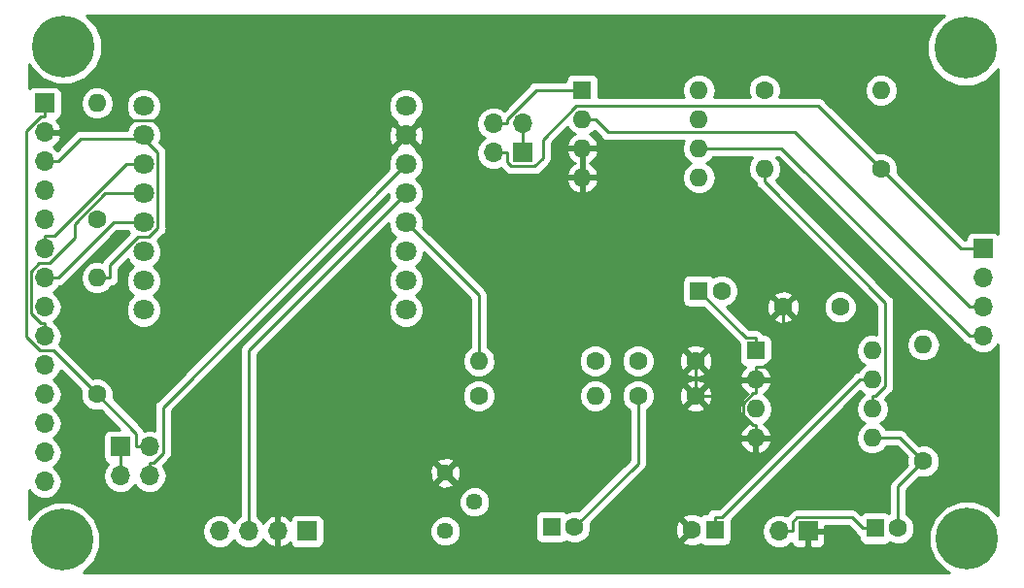
<source format=gbl>
G04 #@! TF.GenerationSoftware,KiCad,Pcbnew,5.0.2+dfsg1-1~bpo9+1*
G04 #@! TF.CreationDate,2020-07-13T10:59:22+01:00*
G04 #@! TF.ProjectId,esp8bit,65737038-6269-4742-9e6b-696361645f70,rev?*
G04 #@! TF.SameCoordinates,Original*
G04 #@! TF.FileFunction,Copper,L2,Bot*
G04 #@! TF.FilePolarity,Positive*
%FSLAX46Y46*%
G04 Gerber Fmt 4.6, Leading zero omitted, Abs format (unit mm)*
G04 Created by KiCad (PCBNEW 5.0.2+dfsg1-1~bpo9+1) date Mon 13 Jul 2020 10:59:22 IST*
%MOMM*%
%LPD*%
G01*
G04 APERTURE LIST*
G04 #@! TA.AperFunction,ComponentPad*
%ADD10C,5.400000*%
G04 #@! TD*
G04 #@! TA.AperFunction,ComponentPad*
%ADD11C,1.600000*%
G04 #@! TD*
G04 #@! TA.AperFunction,ComponentPad*
%ADD12O,1.600000X1.600000*%
G04 #@! TD*
G04 #@! TA.AperFunction,ComponentPad*
%ADD13R,1.600000X1.600000*%
G04 #@! TD*
G04 #@! TA.AperFunction,ComponentPad*
%ADD14R,1.700000X1.700000*%
G04 #@! TD*
G04 #@! TA.AperFunction,ComponentPad*
%ADD15O,1.700000X1.700000*%
G04 #@! TD*
G04 #@! TA.AperFunction,ComponentPad*
%ADD16C,1.440000*%
G04 #@! TD*
G04 #@! TA.AperFunction,ComponentPad*
%ADD17C,1.800000*%
G04 #@! TD*
G04 #@! TA.AperFunction,Conductor*
%ADD18C,0.250000*%
G04 #@! TD*
G04 #@! TA.AperFunction,Conductor*
%ADD19C,0.254000*%
G04 #@! TD*
G04 APERTURE END LIST*
D10*
G04 #@! TO.P,REF\002A\002A,1*
G04 #@! TO.N,N/C*
X159131000Y-86995000D03*
G04 #@! TD*
G04 #@! TO.P,REF\002A\002A,1*
G04 #@! TO.N,N/C*
X80264000Y-87122000D03*
G04 #@! TD*
G04 #@! TO.P,REF\002A\002A,1*
G04 #@! TO.N,N/C*
X159004000Y-44196000D03*
G04 #@! TD*
D11*
G04 #@! TO.P,R7,1*
G04 #@! TO.N,/SD_CS*
X151638000Y-54737000D03*
D12*
G04 #@! TO.P,R7,2*
G04 #@! TO.N,VCC*
X141478000Y-54737000D03*
G04 #@! TD*
D11*
G04 #@! TO.P,C3,2*
G04 #@! TO.N,Net-(C2-Pad1)*
X124936000Y-85979000D03*
D13*
G04 #@! TO.P,C3,1*
G04 #@! TO.N,Net-(C3-Pad1)*
X122936000Y-85979000D03*
G04 #@! TD*
G04 #@! TO.P,C4,1*
G04 #@! TO.N,Net-(C4-Pad1)*
X135763000Y-65405000D03*
D11*
G04 #@! TO.P,C4,2*
G04 #@! TO.N,Net-(C4-Pad2)*
X137763000Y-65405000D03*
G04 #@! TD*
G04 #@! TO.P,C5,2*
G04 #@! TO.N,GND*
X135160000Y-86233000D03*
D13*
G04 #@! TO.P,C5,1*
G04 #@! TO.N,Net-(C5-Pad1)*
X137160000Y-86233000D03*
G04 #@! TD*
G04 #@! TO.P,C7,1*
G04 #@! TO.N,Net-(C7-Pad1)*
X151130000Y-86106000D03*
D11*
G04 #@! TO.P,C7,2*
G04 #@! TO.N,Net-(C7-Pad2)*
X153130000Y-86106000D03*
G04 #@! TD*
G04 #@! TO.P,C2,1*
G04 #@! TO.N,Net-(C2-Pad1)*
X130464000Y-74552000D03*
G04 #@! TO.P,C2,2*
G04 #@! TO.N,GND*
X135464000Y-74552000D03*
G04 #@! TD*
G04 #@! TO.P,C6,2*
G04 #@! TO.N,GND*
X143082000Y-66802000D03*
G04 #@! TO.P,C6,1*
G04 #@! TO.N,Net-(C6-Pad1)*
X148082000Y-66802000D03*
G04 #@! TD*
G04 #@! TO.P,C1,1*
G04 #@! TO.N,Net-(C1-Pad1)*
X130464000Y-71502000D03*
G04 #@! TO.P,C1,2*
G04 #@! TO.N,GND*
X135464000Y-71502000D03*
G04 #@! TD*
D14*
G04 #@! TO.P,J6,1*
G04 #@! TO.N,GND*
X145288000Y-86360000D03*
D15*
G04 #@! TO.P,J6,2*
G04 #@! TO.N,Net-(C7-Pad1)*
X142748000Y-86360000D03*
G04 #@! TD*
D14*
G04 #@! TO.P,J4,1*
G04 #@! TO.N,VCC*
X101600000Y-86360000D03*
D15*
G04 #@! TO.P,J4,2*
G04 #@! TO.N,GND*
X99060000Y-86360000D03*
G04 #@! TO.P,J4,3*
G04 #@! TO.N,/KBD_DATA*
X96520000Y-86360000D03*
G04 #@! TO.P,J4,4*
G04 #@! TO.N,/KBD_CLK*
X93980000Y-86360000D03*
G04 #@! TD*
G04 #@! TO.P,J5,4*
G04 #@! TO.N,/KBD_CLK*
X87884000Y-81534000D03*
G04 #@! TO.P,J5,3*
G04 #@! TO.N,/LED*
X85344000Y-81534000D03*
G04 #@! TO.P,J5,2*
G04 #@! TO.N,VCC*
X87884000Y-78994000D03*
D14*
G04 #@! TO.P,J5,1*
G04 #@! TO.N,/LED*
X85344000Y-78994000D03*
G04 #@! TD*
G04 #@! TO.P,J2,1*
G04 #@! TO.N,/SD_RAM_CS*
X120396000Y-53340000D03*
D15*
G04 #@! TO.P,J2,2*
G04 #@! TO.N,/SD_CS*
X117856000Y-53340000D03*
G04 #@! TO.P,J2,3*
G04 #@! TO.N,/SD_RAM_CS*
X120396000Y-50800000D03*
G04 #@! TO.P,J2,4*
G04 #@! TO.N,/RAM_CS*
X117856000Y-50800000D03*
G04 #@! TD*
D12*
G04 #@! TO.P,U2,8*
G04 #@! TO.N,+3V3*
X135763000Y-47879000D03*
G04 #@! TO.P,U2,4*
G04 #@! TO.N,GND*
X125603000Y-55499000D03*
G04 #@! TO.P,U2,7*
G04 #@! TO.N,Net-(R3-Pad2)*
X135763000Y-50419000D03*
G04 #@! TO.P,U2,3*
G04 #@! TO.N,GND*
X125603000Y-52959000D03*
G04 #@! TO.P,U2,6*
G04 #@! TO.N,/SCK*
X135763000Y-52959000D03*
G04 #@! TO.P,U2,2*
G04 #@! TO.N,/MISO*
X125603000Y-50419000D03*
G04 #@! TO.P,U2,5*
G04 #@! TO.N,/MOSI*
X135763000Y-55499000D03*
D13*
G04 #@! TO.P,U2,1*
G04 #@! TO.N,/RAM_CS*
X125603000Y-47879000D03*
G04 #@! TD*
G04 #@! TO.P,U3,1*
G04 #@! TO.N,Net-(C4-Pad1)*
X140716000Y-70612000D03*
D12*
G04 #@! TO.P,U3,5*
G04 #@! TO.N,Net-(C7-Pad2)*
X150876000Y-78232000D03*
G04 #@! TO.P,U3,2*
G04 #@! TO.N,GND*
X140716000Y-73152000D03*
G04 #@! TO.P,U3,6*
G04 #@! TO.N,VCC*
X150876000Y-75692000D03*
G04 #@! TO.P,U3,3*
G04 #@! TO.N,Net-(R_POT1-Pad2)*
X140716000Y-75692000D03*
G04 #@! TO.P,U3,7*
G04 #@! TO.N,Net-(C5-Pad1)*
X150876000Y-73152000D03*
G04 #@! TO.P,U3,4*
G04 #@! TO.N,GND*
X140716000Y-78232000D03*
G04 #@! TO.P,U3,8*
G04 #@! TO.N,Net-(C4-Pad2)*
X150876000Y-70612000D03*
G04 #@! TD*
D16*
G04 #@! TO.P,R_POT1,3*
G04 #@! TO.N,GND*
X113665000Y-81280000D03*
G04 #@! TO.P,R_POT1,2*
G04 #@! TO.N,Net-(R_POT1-Pad2)*
X116205000Y-83820000D03*
G04 #@! TO.P,R_POT1,1*
G04 #@! TO.N,Net-(C3-Pad1)*
X113665000Y-86360000D03*
G04 #@! TD*
D11*
G04 #@! TO.P,R2,1*
G04 #@! TO.N,VCC*
X83312000Y-74422000D03*
D12*
G04 #@! TO.P,R2,2*
G04 #@! TO.N,/TFT_CS*
X83312000Y-64262000D03*
G04 #@! TD*
G04 #@! TO.P,R3,2*
G04 #@! TO.N,Net-(R3-Pad2)*
X151638000Y-47879000D03*
D11*
G04 #@! TO.P,R3,1*
G04 #@! TO.N,+3V3*
X141478000Y-47879000D03*
G04 #@! TD*
G04 #@! TO.P,R4,1*
G04 #@! TO.N,Net-(C1-Pad1)*
X126746000Y-71501000D03*
D12*
G04 #@! TO.P,R4,2*
G04 #@! TO.N,/Sound*
X116586000Y-71501000D03*
G04 #@! TD*
G04 #@! TO.P,R5,2*
G04 #@! TO.N,Net-(C1-Pad1)*
X126746000Y-74549000D03*
D11*
G04 #@! TO.P,R5,1*
G04 #@! TO.N,Net-(C2-Pad1)*
X116586000Y-74549000D03*
G04 #@! TD*
G04 #@! TO.P,R6,1*
G04 #@! TO.N,Net-(C7-Pad2)*
X155321000Y-80264000D03*
D12*
G04 #@! TO.P,R6,2*
G04 #@! TO.N,Net-(C6-Pad1)*
X155321000Y-70104000D03*
G04 #@! TD*
D14*
G04 #@! TO.P,J3,1*
G04 #@! TO.N,/SD_CS*
X160528000Y-61722000D03*
D15*
G04 #@! TO.P,J3,2*
G04 #@! TO.N,/MOSI*
X160528000Y-64262000D03*
G04 #@! TO.P,J3,3*
G04 #@! TO.N,/MISO*
X160528000Y-66802000D03*
G04 #@! TO.P,J3,4*
G04 #@! TO.N,/SCK*
X160528000Y-69342000D03*
G04 #@! TD*
G04 #@! TO.P,J1,14*
G04 #@! TO.N,/T_IRQ*
X78740000Y-82042000D03*
G04 #@! TO.P,J1,13*
G04 #@! TO.N,/T_OUT*
X78740000Y-79502000D03*
G04 #@! TO.P,J1,12*
G04 #@! TO.N,/T_DIN*
X78740000Y-76962000D03*
G04 #@! TO.P,J1,11*
G04 #@! TO.N,/T_CS*
X78740000Y-74422000D03*
G04 #@! TO.P,J1,10*
G04 #@! TO.N,/T_CLK*
X78740000Y-71882000D03*
G04 #@! TO.P,J1,9*
G04 #@! TO.N,/MISO*
X78740000Y-69342000D03*
G04 #@! TO.P,J1,8*
G04 #@! TO.N,/LED*
X78740000Y-66802000D03*
G04 #@! TO.P,J1,7*
G04 #@! TO.N,/SCK*
X78740000Y-64262000D03*
G04 #@! TO.P,J1,6*
G04 #@! TO.N,/MOSI*
X78740000Y-61722000D03*
G04 #@! TO.P,J1,5*
G04 #@! TO.N,/DC*
X78740000Y-59182000D03*
G04 #@! TO.P,J1,4*
G04 #@! TO.N,/Rst*
X78740000Y-56642000D03*
G04 #@! TO.P,J1,3*
G04 #@! TO.N,/TFT_CS*
X78740000Y-54102000D03*
G04 #@! TO.P,J1,2*
G04 #@! TO.N,GND*
X78740000Y-51562000D03*
D14*
G04 #@! TO.P,J1,1*
G04 #@! TO.N,VCC*
X78740000Y-49022000D03*
G04 #@! TD*
D11*
G04 #@! TO.P,R1,1*
G04 #@! TO.N,/RAM_CS*
X83312000Y-59182000D03*
D12*
G04 #@! TO.P,R1,2*
G04 #@! TO.N,VCC*
X83312000Y-49022000D03*
G04 #@! TD*
D17*
G04 #@! TO.P,U1,9*
G04 #@! TO.N,/Rst*
X87376000Y-67056000D03*
G04 #@! TO.P,U1,10*
G04 #@! TO.N,Net-(U1-Pad10)*
X87376000Y-64516000D03*
G04 #@! TO.P,U1,11*
G04 #@! TO.N,/SD_RAM_CS*
X87376000Y-61976000D03*
G04 #@! TO.P,U1,12*
G04 #@! TO.N,/SCK*
X87376000Y-59436000D03*
G04 #@! TO.P,U1,13*
G04 #@! TO.N,/MISO*
X87376000Y-56896000D03*
G04 #@! TO.P,U1,14*
G04 #@! TO.N,/MOSI*
X87376000Y-54356000D03*
G04 #@! TO.P,U1,15*
G04 #@! TO.N,/TFT_CS*
X87376000Y-51816000D03*
G04 #@! TO.P,U1,16*
G04 #@! TO.N,+3V3*
X87376000Y-49276000D03*
G04 #@! TO.P,U1,1*
G04 #@! TO.N,VCC*
X110236000Y-49276000D03*
G04 #@! TO.P,U1,2*
G04 #@! TO.N,GND*
X110236000Y-51816000D03*
G04 #@! TO.P,U1,3*
G04 #@! TO.N,/KBD_CLK*
X110236000Y-54356000D03*
G04 #@! TO.P,U1,4*
G04 #@! TO.N,/KBD_DATA*
X110236000Y-56896000D03*
G04 #@! TO.P,U1,5*
G04 #@! TO.N,/Sound*
X110236000Y-59436000D03*
G04 #@! TO.P,U1,6*
G04 #@! TO.N,/DC*
X110236000Y-61976000D03*
G04 #@! TO.P,U1,7*
G04 #@! TO.N,Net-(U1-Pad7)*
X110236000Y-64516000D03*
G04 #@! TO.P,U1,8*
G04 #@! TO.N,Net-(U1-Pad8)*
X110236000Y-67056000D03*
G04 #@! TD*
D10*
G04 #@! TO.P,REF\002A\002A,1*
G04 #@! TO.N,N/C*
X80391000Y-44069000D03*
G04 #@! TD*
D18*
G04 #@! TO.N,/Sound*
X110236000Y-59436000D02*
X116586000Y-65786000D01*
X116586000Y-65786000D02*
X116586000Y-71501000D01*
G04 #@! TO.N,/KBD_DATA*
X96520000Y-86360000D02*
X96520000Y-70612000D01*
X96520000Y-70612000D02*
X110236000Y-56896000D01*
G04 #@! TO.N,/KBD_CLK*
X87884000Y-81534000D02*
X87884000Y-80358700D01*
X110236000Y-54356000D02*
X89059300Y-75532700D01*
X89059300Y-75532700D02*
X89059300Y-79550800D01*
X89059300Y-79550800D02*
X88251400Y-80358700D01*
X88251400Y-80358700D02*
X87884000Y-80358700D01*
G04 #@! TO.N,GND*
X125603000Y-69342000D02*
X125603000Y-55499000D01*
X113665000Y-81280000D02*
X125603000Y-69342000D01*
X125603000Y-69342000D02*
X133304000Y-69342000D01*
X133304000Y-69342000D02*
X135464000Y-71502000D01*
X110236000Y-51816000D02*
X113919000Y-55499000D01*
X113919000Y-55499000D02*
X125603000Y-55499000D01*
X78740000Y-51562000D02*
X79915300Y-51562000D01*
X79915300Y-51562000D02*
X80931300Y-50546000D01*
X80931300Y-50546000D02*
X108966000Y-50546000D01*
X108966000Y-50546000D02*
X110236000Y-51816000D01*
X135464000Y-74552000D02*
X138947600Y-74552000D01*
X138947600Y-74552000D02*
X139590700Y-75195100D01*
X139590700Y-75195100D02*
X140508500Y-74277300D01*
X140508500Y-74277300D02*
X140716000Y-74277300D01*
X140716000Y-77106700D02*
X140434700Y-77106700D01*
X140434700Y-77106700D02*
X139590700Y-76262700D01*
X139590700Y-76262700D02*
X139590700Y-75195100D01*
X135464000Y-71502000D02*
X135464000Y-74552000D01*
X140716000Y-73152000D02*
X140716000Y-72026700D01*
X143082000Y-66802000D02*
X143082000Y-70364000D01*
X143082000Y-70364000D02*
X141419300Y-72026700D01*
X141419300Y-72026700D02*
X140716000Y-72026700D01*
X140716000Y-73152000D02*
X140716000Y-74277300D01*
X140716000Y-78232000D02*
X140716000Y-77106700D01*
G04 #@! TO.N,VCC*
X78740000Y-49022000D02*
X78740000Y-50197300D01*
X78740000Y-50197300D02*
X78372700Y-50197300D01*
X78372700Y-50197300D02*
X77108500Y-51461500D01*
X77108500Y-51461500D02*
X77108500Y-69383100D01*
X77108500Y-69383100D02*
X78337400Y-70612000D01*
X78337400Y-70612000D02*
X79502000Y-70612000D01*
X79502000Y-70612000D02*
X83312000Y-74422000D01*
X150876000Y-75692000D02*
X150876000Y-74566700D01*
X141478000Y-54737000D02*
X141478000Y-55862300D01*
X141478000Y-55862300D02*
X152001300Y-66385600D01*
X152001300Y-66385600D02*
X152001300Y-73722800D01*
X152001300Y-73722800D02*
X151157400Y-74566700D01*
X151157400Y-74566700D02*
X150876000Y-74566700D01*
X87884000Y-78994000D02*
X86708700Y-78994000D01*
X83312000Y-74422000D02*
X86708700Y-77818700D01*
X86708700Y-77818700D02*
X86708700Y-78994000D01*
G04 #@! TO.N,/TFT_CS*
X87376000Y-52097400D02*
X81919900Y-52097400D01*
X81919900Y-52097400D02*
X79915300Y-54102000D01*
X84437300Y-64262000D02*
X84437300Y-63136700D01*
X84437300Y-63136700D02*
X86868000Y-60706000D01*
X86868000Y-60706000D02*
X87842600Y-60706000D01*
X87842600Y-60706000D02*
X88613700Y-59934900D01*
X88613700Y-59934900D02*
X88613700Y-53335100D01*
X88613700Y-53335100D02*
X87376000Y-52097400D01*
X87376000Y-51816000D02*
X87376000Y-52097400D01*
X78740000Y-54102000D02*
X79915300Y-54102000D01*
X83312000Y-64262000D02*
X84437300Y-64262000D01*
G04 #@! TO.N,/MOSI*
X78740000Y-61722000D02*
X78740000Y-60546700D01*
X87376000Y-54356000D02*
X85830700Y-54356000D01*
X85830700Y-54356000D02*
X79640000Y-60546700D01*
X79640000Y-60546700D02*
X78740000Y-60546700D01*
G04 #@! TO.N,/MISO*
X78740000Y-69342000D02*
X78740000Y-68166700D01*
X87376000Y-56896000D02*
X84000400Y-56896000D01*
X84000400Y-56896000D02*
X81364200Y-59532200D01*
X81364200Y-59532200D02*
X81364200Y-60762000D01*
X81364200Y-60762000D02*
X79134200Y-62992000D01*
X79134200Y-62992000D02*
X78251200Y-62992000D01*
X78251200Y-62992000D02*
X77564700Y-63678500D01*
X77564700Y-63678500D02*
X77564700Y-67358800D01*
X77564700Y-67358800D02*
X78372600Y-68166700D01*
X78372600Y-68166700D02*
X78740000Y-68166700D01*
X126728300Y-50419000D02*
X127853600Y-51544300D01*
X127853600Y-51544300D02*
X144095000Y-51544300D01*
X144095000Y-51544300D02*
X159352700Y-66802000D01*
X160528000Y-66802000D02*
X159352700Y-66802000D01*
X125603000Y-50419000D02*
X126728300Y-50419000D01*
G04 #@! TO.N,/SCK*
X78740000Y-64262000D02*
X79915300Y-64262000D01*
X87376000Y-59436000D02*
X84741300Y-59436000D01*
X84741300Y-59436000D02*
X79915300Y-64262000D01*
X135763000Y-52959000D02*
X142969700Y-52959000D01*
X142969700Y-52959000D02*
X159352700Y-69342000D01*
X160528000Y-69342000D02*
X159352700Y-69342000D01*
G04 #@! TO.N,/SD_CS*
X117856000Y-53340000D02*
X119031300Y-53340000D01*
X151638000Y-54737000D02*
X146177100Y-49276100D01*
X146177100Y-49276100D02*
X125086900Y-49276100D01*
X125086900Y-49276100D02*
X122180400Y-52182600D01*
X122180400Y-52182600D02*
X122180400Y-53786400D01*
X122180400Y-53786400D02*
X121451500Y-54515300D01*
X121451500Y-54515300D02*
X119411200Y-54515300D01*
X119411200Y-54515300D02*
X119031300Y-54135400D01*
X119031300Y-54135400D02*
X119031300Y-53340000D01*
X160528000Y-61722000D02*
X158623000Y-61722000D01*
X158623000Y-61722000D02*
X151638000Y-54737000D01*
G04 #@! TO.N,/SD_RAM_CS*
X120396000Y-53340000D02*
X120396000Y-50800000D01*
G04 #@! TO.N,Net-(C7-Pad2)*
X155321000Y-80264000D02*
X153130000Y-82455000D01*
X153130000Y-82455000D02*
X153130000Y-86106000D01*
X150876000Y-78232000D02*
X153289000Y-78232000D01*
X153289000Y-78232000D02*
X155321000Y-80264000D01*
G04 #@! TO.N,Net-(C2-Pad1)*
X130464000Y-74552000D02*
X130464000Y-80451000D01*
X130464000Y-80451000D02*
X124936000Y-85979000D01*
G04 #@! TO.N,Net-(C4-Pad1)*
X140716000Y-70612000D02*
X140716000Y-69486700D01*
X140716000Y-69486700D02*
X139844700Y-69486700D01*
X139844700Y-69486700D02*
X135763000Y-65405000D01*
G04 #@! TO.N,Net-(C5-Pad1)*
X137160000Y-86233000D02*
X137160000Y-85107700D01*
X150876000Y-73152000D02*
X149750700Y-73152000D01*
X149750700Y-73152000D02*
X137795000Y-85107700D01*
X137795000Y-85107700D02*
X137160000Y-85107700D01*
G04 #@! TO.N,/RAM_CS*
X119031300Y-50800000D02*
X119031300Y-50432700D01*
X119031300Y-50432700D02*
X121585000Y-47879000D01*
X121585000Y-47879000D02*
X125603000Y-47879000D01*
X117856000Y-50800000D02*
X119031300Y-50800000D01*
G04 #@! TO.N,/LED*
X85344000Y-78994000D02*
X85344000Y-81534000D01*
G04 #@! TO.N,Net-(C7-Pad1)*
X151130000Y-86106000D02*
X150004700Y-86106000D01*
X142748000Y-86360000D02*
X143923300Y-86360000D01*
X143923300Y-86360000D02*
X143923300Y-85552000D01*
X143923300Y-85552000D02*
X144299300Y-85176000D01*
X144299300Y-85176000D02*
X149074700Y-85176000D01*
X149074700Y-85176000D02*
X150004700Y-86106000D01*
G04 #@! TD*
D19*
G04 #@! TO.N,GND*
G36*
X157114874Y-41368723D02*
X156176723Y-42306874D01*
X155669000Y-43532627D01*
X155669000Y-44859373D01*
X156176723Y-46085126D01*
X157114874Y-47023277D01*
X158340627Y-47531000D01*
X159667373Y-47531000D01*
X160893126Y-47023277D01*
X161831277Y-46085126D01*
X161850001Y-46039922D01*
X161850001Y-60435430D01*
X161835809Y-60414191D01*
X161625765Y-60273843D01*
X161378000Y-60224560D01*
X159678000Y-60224560D01*
X159430235Y-60273843D01*
X159220191Y-60414191D01*
X159079843Y-60624235D01*
X159030560Y-60872000D01*
X159030560Y-60962000D01*
X158937802Y-60962000D01*
X153051103Y-55075302D01*
X153073000Y-55022439D01*
X153073000Y-54451561D01*
X152854534Y-53924138D01*
X152450862Y-53520466D01*
X151923439Y-53302000D01*
X151352561Y-53302000D01*
X151299698Y-53323896D01*
X146767431Y-48791630D01*
X146725029Y-48728171D01*
X146473637Y-48560196D01*
X146251952Y-48516100D01*
X146251947Y-48516100D01*
X146177100Y-48501212D01*
X146102253Y-48516100D01*
X142767337Y-48516100D01*
X142913000Y-48164439D01*
X142913000Y-47879000D01*
X150174887Y-47879000D01*
X150286260Y-48438909D01*
X150603423Y-48913577D01*
X151078091Y-49230740D01*
X151496667Y-49314000D01*
X151779333Y-49314000D01*
X152197909Y-49230740D01*
X152672577Y-48913577D01*
X152989740Y-48438909D01*
X153101113Y-47879000D01*
X152989740Y-47319091D01*
X152672577Y-46844423D01*
X152197909Y-46527260D01*
X151779333Y-46444000D01*
X151496667Y-46444000D01*
X151078091Y-46527260D01*
X150603423Y-46844423D01*
X150286260Y-47319091D01*
X150174887Y-47879000D01*
X142913000Y-47879000D01*
X142913000Y-47593561D01*
X142694534Y-47066138D01*
X142290862Y-46662466D01*
X141763439Y-46444000D01*
X141192561Y-46444000D01*
X140665138Y-46662466D01*
X140261466Y-47066138D01*
X140043000Y-47593561D01*
X140043000Y-48164439D01*
X140188663Y-48516100D01*
X137063163Y-48516100D01*
X137114740Y-48438909D01*
X137226113Y-47879000D01*
X137114740Y-47319091D01*
X136797577Y-46844423D01*
X136322909Y-46527260D01*
X135904333Y-46444000D01*
X135621667Y-46444000D01*
X135203091Y-46527260D01*
X134728423Y-46844423D01*
X134411260Y-47319091D01*
X134299887Y-47879000D01*
X134411260Y-48438909D01*
X134462837Y-48516100D01*
X127050440Y-48516100D01*
X127050440Y-47079000D01*
X127001157Y-46831235D01*
X126860809Y-46621191D01*
X126650765Y-46480843D01*
X126403000Y-46431560D01*
X124803000Y-46431560D01*
X124555235Y-46480843D01*
X124345191Y-46621191D01*
X124204843Y-46831235D01*
X124155560Y-47079000D01*
X124155560Y-47119000D01*
X121659846Y-47119000D01*
X121584999Y-47104112D01*
X121510152Y-47119000D01*
X121510148Y-47119000D01*
X121288463Y-47163096D01*
X121037071Y-47331071D01*
X120994671Y-47394527D01*
X118766689Y-49622509D01*
X118435418Y-49401161D01*
X118002256Y-49315000D01*
X117709744Y-49315000D01*
X117276582Y-49401161D01*
X116785375Y-49729375D01*
X116457161Y-50220582D01*
X116341908Y-50800000D01*
X116457161Y-51379418D01*
X116785375Y-51870625D01*
X117083761Y-52070000D01*
X116785375Y-52269375D01*
X116457161Y-52760582D01*
X116341908Y-53340000D01*
X116457161Y-53919418D01*
X116785375Y-54410625D01*
X117276582Y-54738839D01*
X117709744Y-54825000D01*
X118002256Y-54825000D01*
X118435418Y-54738839D01*
X118500933Y-54695063D01*
X118546830Y-54725731D01*
X118820869Y-54999770D01*
X118863271Y-55063229D01*
X119003609Y-55157000D01*
X119114662Y-55231204D01*
X119162805Y-55240780D01*
X119336348Y-55275300D01*
X119336352Y-55275300D01*
X119411200Y-55290188D01*
X119486048Y-55275300D01*
X121376653Y-55275300D01*
X121451500Y-55290188D01*
X121526347Y-55275300D01*
X121526352Y-55275300D01*
X121748037Y-55231204D01*
X121999429Y-55063229D01*
X122041831Y-54999770D01*
X122664873Y-54376729D01*
X122728329Y-54334329D01*
X122896304Y-54082937D01*
X122940400Y-53861252D01*
X122940400Y-53861248D01*
X122955288Y-53786401D01*
X122940400Y-53711554D01*
X122940400Y-53308039D01*
X124211096Y-53308039D01*
X124371959Y-53696423D01*
X124747866Y-54111389D01*
X124996367Y-54229000D01*
X124747866Y-54346611D01*
X124371959Y-54761577D01*
X124211096Y-55149961D01*
X124333085Y-55372000D01*
X125476000Y-55372000D01*
X125476000Y-53086000D01*
X125730000Y-53086000D01*
X125730000Y-55372000D01*
X126872915Y-55372000D01*
X126994904Y-55149961D01*
X126834041Y-54761577D01*
X126458134Y-54346611D01*
X126209633Y-54229000D01*
X126458134Y-54111389D01*
X126834041Y-53696423D01*
X126994904Y-53308039D01*
X126872915Y-53086000D01*
X125730000Y-53086000D01*
X125476000Y-53086000D01*
X124333085Y-53086000D01*
X124211096Y-53308039D01*
X122940400Y-53308039D01*
X122940400Y-52497401D01*
X124334426Y-51103376D01*
X124568423Y-51453577D01*
X124952108Y-51709947D01*
X124747866Y-51806611D01*
X124371959Y-52221577D01*
X124211096Y-52609961D01*
X124333085Y-52832000D01*
X125476000Y-52832000D01*
X125476000Y-52812000D01*
X125730000Y-52812000D01*
X125730000Y-52832000D01*
X126872915Y-52832000D01*
X126994904Y-52609961D01*
X126834041Y-52221577D01*
X126458134Y-51806611D01*
X126253892Y-51709947D01*
X126637577Y-51453577D01*
X126657804Y-51423305D01*
X127263270Y-52028772D01*
X127305671Y-52092229D01*
X127557063Y-52260204D01*
X127778748Y-52304300D01*
X127778752Y-52304300D01*
X127853600Y-52319188D01*
X127928448Y-52304300D01*
X134474597Y-52304300D01*
X134411260Y-52399091D01*
X134299887Y-52959000D01*
X134411260Y-53518909D01*
X134728423Y-53993577D01*
X135080758Y-54229000D01*
X134728423Y-54464423D01*
X134411260Y-54939091D01*
X134299887Y-55499000D01*
X134411260Y-56058909D01*
X134728423Y-56533577D01*
X135203091Y-56850740D01*
X135621667Y-56934000D01*
X135904333Y-56934000D01*
X136322909Y-56850740D01*
X136797577Y-56533577D01*
X137114740Y-56058909D01*
X137226113Y-55499000D01*
X137114740Y-54939091D01*
X136797577Y-54464423D01*
X136445242Y-54229000D01*
X136797577Y-53993577D01*
X136981043Y-53719000D01*
X140432347Y-53719000D01*
X140126260Y-54177091D01*
X140014887Y-54737000D01*
X140126260Y-55296909D01*
X140443423Y-55771577D01*
X140722106Y-55957787D01*
X140762097Y-56158837D01*
X140930072Y-56410229D01*
X140993528Y-56452629D01*
X151241300Y-66700402D01*
X151241300Y-69221550D01*
X151017333Y-69177000D01*
X150734667Y-69177000D01*
X150316091Y-69260260D01*
X149841423Y-69577423D01*
X149524260Y-70052091D01*
X149412887Y-70612000D01*
X149524260Y-71171909D01*
X149841423Y-71646577D01*
X150193758Y-71882000D01*
X149841423Y-72117423D01*
X149655214Y-72396104D01*
X149454163Y-72436096D01*
X149202771Y-72604071D01*
X149160371Y-72667527D01*
X137480199Y-84347700D01*
X137234852Y-84347700D01*
X137160000Y-84332811D01*
X137085148Y-84347700D01*
X136863463Y-84391796D01*
X136612071Y-84559771D01*
X136461203Y-84785560D01*
X136360000Y-84785560D01*
X136112235Y-84834843D01*
X135902484Y-84974995D01*
X135376777Y-84786035D01*
X134806546Y-84813222D01*
X134405995Y-84979136D01*
X134331861Y-85225255D01*
X135160000Y-86053395D01*
X135174142Y-86039252D01*
X135353748Y-86218858D01*
X135339605Y-86233000D01*
X135353748Y-86247143D01*
X135174142Y-86426748D01*
X135160000Y-86412605D01*
X134331861Y-87240745D01*
X134405995Y-87486864D01*
X134943223Y-87679965D01*
X135513454Y-87652778D01*
X135903067Y-87491395D01*
X136112235Y-87631157D01*
X136360000Y-87680440D01*
X137960000Y-87680440D01*
X138207765Y-87631157D01*
X138417809Y-87490809D01*
X138558157Y-87280765D01*
X138607440Y-87033000D01*
X138607440Y-85433000D01*
X138596998Y-85380503D01*
X149821196Y-74156306D01*
X149841423Y-74186577D01*
X150137386Y-74384333D01*
X150120104Y-74471214D01*
X149841423Y-74657423D01*
X149524260Y-75132091D01*
X149412887Y-75692000D01*
X149524260Y-76251909D01*
X149841423Y-76726577D01*
X150193758Y-76962000D01*
X149841423Y-77197423D01*
X149524260Y-77672091D01*
X149412887Y-78232000D01*
X149524260Y-78791909D01*
X149841423Y-79266577D01*
X150316091Y-79583740D01*
X150734667Y-79667000D01*
X151017333Y-79667000D01*
X151435909Y-79583740D01*
X151910577Y-79266577D01*
X152094043Y-78992000D01*
X152974199Y-78992000D01*
X153907897Y-79925698D01*
X153886000Y-79978561D01*
X153886000Y-80549439D01*
X153907897Y-80602302D01*
X152645530Y-81864669D01*
X152582071Y-81907071D01*
X152414096Y-82158464D01*
X152370000Y-82380149D01*
X152370000Y-82380153D01*
X152355112Y-82455000D01*
X152370000Y-82529847D01*
X152370001Y-84836292D01*
X152177765Y-84707843D01*
X151930000Y-84658560D01*
X150330000Y-84658560D01*
X150082235Y-84707843D01*
X149872191Y-84848191D01*
X149851964Y-84878463D01*
X149665031Y-84691530D01*
X149622629Y-84628071D01*
X149371237Y-84460096D01*
X149149552Y-84416000D01*
X149149547Y-84416000D01*
X149074700Y-84401112D01*
X148999853Y-84416000D01*
X144374146Y-84416000D01*
X144299299Y-84401112D01*
X144224452Y-84416000D01*
X144224448Y-84416000D01*
X144002763Y-84460096D01*
X143751371Y-84628071D01*
X143708971Y-84691528D01*
X143438827Y-84961671D01*
X143383505Y-84998637D01*
X143327418Y-84961161D01*
X142894256Y-84875000D01*
X142601744Y-84875000D01*
X142168582Y-84961161D01*
X141677375Y-85289375D01*
X141349161Y-85780582D01*
X141233908Y-86360000D01*
X141349161Y-86939418D01*
X141677375Y-87430625D01*
X142168582Y-87758839D01*
X142601744Y-87845000D01*
X142894256Y-87845000D01*
X143327418Y-87758839D01*
X143818625Y-87430625D01*
X143833096Y-87408967D01*
X143899673Y-87569698D01*
X144078301Y-87748327D01*
X144311690Y-87845000D01*
X145002250Y-87845000D01*
X145161000Y-87686250D01*
X145161000Y-86487000D01*
X145415000Y-86487000D01*
X145415000Y-87686250D01*
X145573750Y-87845000D01*
X146264310Y-87845000D01*
X146497699Y-87748327D01*
X146676327Y-87569698D01*
X146773000Y-87336309D01*
X146773000Y-86645750D01*
X146614250Y-86487000D01*
X145415000Y-86487000D01*
X145161000Y-86487000D01*
X145141000Y-86487000D01*
X145141000Y-86233000D01*
X145161000Y-86233000D01*
X145161000Y-86213000D01*
X145415000Y-86213000D01*
X145415000Y-86233000D01*
X146614250Y-86233000D01*
X146773000Y-86074250D01*
X146773000Y-85936000D01*
X148759899Y-85936000D01*
X149414371Y-86590473D01*
X149456771Y-86653929D01*
X149682560Y-86804797D01*
X149682560Y-86906000D01*
X149731843Y-87153765D01*
X149872191Y-87363809D01*
X150082235Y-87504157D01*
X150330000Y-87553440D01*
X151930000Y-87553440D01*
X152177765Y-87504157D01*
X152387809Y-87363809D01*
X152394090Y-87354409D01*
X152844561Y-87541000D01*
X153415439Y-87541000D01*
X153942862Y-87322534D01*
X154346534Y-86918862D01*
X154565000Y-86391439D01*
X154565000Y-85820561D01*
X154346534Y-85293138D01*
X153942862Y-84889466D01*
X153890000Y-84867570D01*
X153890000Y-82769801D01*
X154982698Y-81677103D01*
X155035561Y-81699000D01*
X155606439Y-81699000D01*
X156133862Y-81480534D01*
X156537534Y-81076862D01*
X156756000Y-80549439D01*
X156756000Y-79978561D01*
X156537534Y-79451138D01*
X156133862Y-79047466D01*
X155606439Y-78829000D01*
X155035561Y-78829000D01*
X154982698Y-78850897D01*
X153879331Y-77747530D01*
X153836929Y-77684071D01*
X153585537Y-77516096D01*
X153363852Y-77472000D01*
X153363847Y-77472000D01*
X153289000Y-77457112D01*
X153214153Y-77472000D01*
X152094043Y-77472000D01*
X151910577Y-77197423D01*
X151558242Y-76962000D01*
X151910577Y-76726577D01*
X152227740Y-76251909D01*
X152339113Y-75692000D01*
X152227740Y-75132091D01*
X152003063Y-74795838D01*
X152485773Y-74313129D01*
X152549229Y-74270729D01*
X152605458Y-74186577D01*
X152717204Y-74019338D01*
X152733477Y-73937527D01*
X152761300Y-73797652D01*
X152761300Y-73797648D01*
X152776188Y-73722800D01*
X152761300Y-73647952D01*
X152761300Y-70104000D01*
X153857887Y-70104000D01*
X153969260Y-70663909D01*
X154286423Y-71138577D01*
X154761091Y-71455740D01*
X155179667Y-71539000D01*
X155462333Y-71539000D01*
X155880909Y-71455740D01*
X156355577Y-71138577D01*
X156672740Y-70663909D01*
X156784113Y-70104000D01*
X156672740Y-69544091D01*
X156355577Y-69069423D01*
X155880909Y-68752260D01*
X155462333Y-68669000D01*
X155179667Y-68669000D01*
X154761091Y-68752260D01*
X154286423Y-69069423D01*
X153969260Y-69544091D01*
X153857887Y-70104000D01*
X152761300Y-70104000D01*
X152761300Y-66460448D01*
X152776188Y-66385600D01*
X152761300Y-66310752D01*
X152761300Y-66310748D01*
X152717204Y-66089063D01*
X152549229Y-65837671D01*
X152485773Y-65795271D01*
X142482305Y-55791804D01*
X142512577Y-55771577D01*
X142829740Y-55296909D01*
X142941113Y-54737000D01*
X142829740Y-54177091D01*
X142523653Y-53719000D01*
X142654899Y-53719000D01*
X158762371Y-69826473D01*
X158804771Y-69889929D01*
X158868227Y-69932329D01*
X159056162Y-70057904D01*
X159096864Y-70066000D01*
X159245526Y-70095571D01*
X159457375Y-70412625D01*
X159948582Y-70740839D01*
X160381744Y-70827000D01*
X160674256Y-70827000D01*
X161107418Y-70740839D01*
X161598625Y-70412625D01*
X161850000Y-70036415D01*
X161850000Y-84997597D01*
X161020126Y-84167723D01*
X159794373Y-83660000D01*
X158467627Y-83660000D01*
X157241874Y-84167723D01*
X156303723Y-85105874D01*
X155796000Y-86331627D01*
X155796000Y-87658373D01*
X156303723Y-88884126D01*
X157241874Y-89822277D01*
X157593681Y-89968000D01*
X82107925Y-89968000D01*
X82153126Y-89949277D01*
X83091277Y-89011126D01*
X83599000Y-87785373D01*
X83599000Y-86458627D01*
X83091277Y-85232874D01*
X82153126Y-84294723D01*
X80927373Y-83787000D01*
X79600627Y-83787000D01*
X78374874Y-84294723D01*
X77436723Y-85232874D01*
X77418000Y-85278075D01*
X77418000Y-82736416D01*
X77669375Y-83112625D01*
X78160582Y-83440839D01*
X78593744Y-83527000D01*
X78886256Y-83527000D01*
X79319418Y-83440839D01*
X79810625Y-83112625D01*
X80138839Y-82621418D01*
X80254092Y-82042000D01*
X80138839Y-81462582D01*
X79810625Y-80971375D01*
X79512239Y-80772000D01*
X79810625Y-80572625D01*
X80138839Y-80081418D01*
X80254092Y-79502000D01*
X80138839Y-78922582D01*
X79810625Y-78431375D01*
X79512239Y-78232000D01*
X79810625Y-78032625D01*
X80138839Y-77541418D01*
X80254092Y-76962000D01*
X80138839Y-76382582D01*
X79810625Y-75891375D01*
X79512239Y-75692000D01*
X79810625Y-75492625D01*
X80138839Y-75001418D01*
X80254092Y-74422000D01*
X80138839Y-73842582D01*
X79810625Y-73351375D01*
X79512239Y-73152000D01*
X79810625Y-72952625D01*
X80138839Y-72461418D01*
X80161698Y-72346499D01*
X81898896Y-74083698D01*
X81877000Y-74136561D01*
X81877000Y-74707439D01*
X82095466Y-75234862D01*
X82499138Y-75638534D01*
X83026561Y-75857000D01*
X83597439Y-75857000D01*
X83650302Y-75835103D01*
X85311758Y-77496560D01*
X84494000Y-77496560D01*
X84246235Y-77545843D01*
X84036191Y-77686191D01*
X83895843Y-77896235D01*
X83846560Y-78144000D01*
X83846560Y-79844000D01*
X83895843Y-80091765D01*
X84036191Y-80301809D01*
X84246235Y-80442157D01*
X84291619Y-80451184D01*
X84273375Y-80463375D01*
X83945161Y-80954582D01*
X83829908Y-81534000D01*
X83945161Y-82113418D01*
X84273375Y-82604625D01*
X84764582Y-82932839D01*
X85197744Y-83019000D01*
X85490256Y-83019000D01*
X85923418Y-82932839D01*
X86414625Y-82604625D01*
X86614000Y-82306239D01*
X86813375Y-82604625D01*
X87304582Y-82932839D01*
X87737744Y-83019000D01*
X88030256Y-83019000D01*
X88463418Y-82932839D01*
X88954625Y-82604625D01*
X89282839Y-82113418D01*
X89398092Y-81534000D01*
X89282839Y-80954582D01*
X89061531Y-80623371D01*
X89543773Y-80141129D01*
X89607229Y-80098729D01*
X89775204Y-79847337D01*
X89819300Y-79625652D01*
X89819300Y-79625648D01*
X89834188Y-79550801D01*
X89819300Y-79475954D01*
X89819300Y-75847501D01*
X108701000Y-56965803D01*
X108701000Y-57201330D01*
X108746360Y-57310838D01*
X96035528Y-70021671D01*
X95972072Y-70064071D01*
X95929672Y-70127527D01*
X95929671Y-70127528D01*
X95804097Y-70315463D01*
X95745112Y-70612000D01*
X95760001Y-70686851D01*
X95760000Y-85081822D01*
X95449375Y-85289375D01*
X95250000Y-85587761D01*
X95050625Y-85289375D01*
X94559418Y-84961161D01*
X94126256Y-84875000D01*
X93833744Y-84875000D01*
X93400582Y-84961161D01*
X92909375Y-85289375D01*
X92581161Y-85780582D01*
X92465908Y-86360000D01*
X92581161Y-86939418D01*
X92909375Y-87430625D01*
X93400582Y-87758839D01*
X93833744Y-87845000D01*
X94126256Y-87845000D01*
X94559418Y-87758839D01*
X95050625Y-87430625D01*
X95250000Y-87132239D01*
X95449375Y-87430625D01*
X95940582Y-87758839D01*
X96373744Y-87845000D01*
X96666256Y-87845000D01*
X97099418Y-87758839D01*
X97590625Y-87430625D01*
X97803843Y-87111522D01*
X97864817Y-87241358D01*
X98293076Y-87631645D01*
X98703110Y-87801476D01*
X98933000Y-87680155D01*
X98933000Y-86487000D01*
X98913000Y-86487000D01*
X98913000Y-86233000D01*
X98933000Y-86233000D01*
X98933000Y-85039845D01*
X99187000Y-85039845D01*
X99187000Y-86233000D01*
X99207000Y-86233000D01*
X99207000Y-86487000D01*
X99187000Y-86487000D01*
X99187000Y-87680155D01*
X99416890Y-87801476D01*
X99826924Y-87631645D01*
X100131261Y-87354292D01*
X100151843Y-87457765D01*
X100292191Y-87667809D01*
X100502235Y-87808157D01*
X100750000Y-87857440D01*
X102450000Y-87857440D01*
X102697765Y-87808157D01*
X102907809Y-87667809D01*
X103048157Y-87457765D01*
X103097440Y-87210000D01*
X103097440Y-86090474D01*
X112310000Y-86090474D01*
X112310000Y-86629526D01*
X112516286Y-87127546D01*
X112897454Y-87508714D01*
X113395474Y-87715000D01*
X113934526Y-87715000D01*
X114432546Y-87508714D01*
X114813714Y-87127546D01*
X115020000Y-86629526D01*
X115020000Y-86090474D01*
X114813714Y-85592454D01*
X114432546Y-85211286D01*
X114354601Y-85179000D01*
X121488560Y-85179000D01*
X121488560Y-86779000D01*
X121537843Y-87026765D01*
X121678191Y-87236809D01*
X121888235Y-87377157D01*
X122136000Y-87426440D01*
X123736000Y-87426440D01*
X123983765Y-87377157D01*
X124193809Y-87236809D01*
X124200090Y-87227409D01*
X124650561Y-87414000D01*
X125221439Y-87414000D01*
X125748862Y-87195534D01*
X126152534Y-86791862D01*
X126371000Y-86264439D01*
X126371000Y-86016223D01*
X133713035Y-86016223D01*
X133740222Y-86586454D01*
X133906136Y-86987005D01*
X134152255Y-87061139D01*
X134980395Y-86233000D01*
X134152255Y-85404861D01*
X133906136Y-85478995D01*
X133713035Y-86016223D01*
X126371000Y-86016223D01*
X126371000Y-85693561D01*
X126349103Y-85640698D01*
X130948473Y-81041329D01*
X131011929Y-80998929D01*
X131179904Y-80747537D01*
X131224000Y-80525852D01*
X131224000Y-80525848D01*
X131238888Y-80451000D01*
X131224000Y-80376152D01*
X131224000Y-78581039D01*
X139324096Y-78581039D01*
X139484959Y-78969423D01*
X139860866Y-79384389D01*
X140366959Y-79623914D01*
X140589000Y-79502629D01*
X140589000Y-78359000D01*
X140843000Y-78359000D01*
X140843000Y-79502629D01*
X141065041Y-79623914D01*
X141571134Y-79384389D01*
X141947041Y-78969423D01*
X142107904Y-78581039D01*
X141985915Y-78359000D01*
X140843000Y-78359000D01*
X140589000Y-78359000D01*
X139446085Y-78359000D01*
X139324096Y-78581039D01*
X131224000Y-78581039D01*
X131224000Y-75790430D01*
X131276862Y-75768534D01*
X131485651Y-75559745D01*
X134635861Y-75559745D01*
X134709995Y-75805864D01*
X135247223Y-75998965D01*
X135817454Y-75971778D01*
X136218005Y-75805864D01*
X136252302Y-75692000D01*
X139252887Y-75692000D01*
X139364260Y-76251909D01*
X139681423Y-76726577D01*
X140065108Y-76982947D01*
X139860866Y-77079611D01*
X139484959Y-77494577D01*
X139324096Y-77882961D01*
X139446085Y-78105000D01*
X140589000Y-78105000D01*
X140589000Y-78085000D01*
X140843000Y-78085000D01*
X140843000Y-78105000D01*
X141985915Y-78105000D01*
X142107904Y-77882961D01*
X141947041Y-77494577D01*
X141571134Y-77079611D01*
X141366892Y-76982947D01*
X141750577Y-76726577D01*
X142067740Y-76251909D01*
X142179113Y-75692000D01*
X142067740Y-75132091D01*
X141750577Y-74657423D01*
X141366892Y-74401053D01*
X141571134Y-74304389D01*
X141947041Y-73889423D01*
X142107904Y-73501039D01*
X141985915Y-73279000D01*
X140843000Y-73279000D01*
X140843000Y-73299000D01*
X140589000Y-73299000D01*
X140589000Y-73279000D01*
X139446085Y-73279000D01*
X139324096Y-73501039D01*
X139484959Y-73889423D01*
X139860866Y-74304389D01*
X140065108Y-74401053D01*
X139681423Y-74657423D01*
X139364260Y-75132091D01*
X139252887Y-75692000D01*
X136252302Y-75692000D01*
X136292139Y-75559745D01*
X135464000Y-74731605D01*
X134635861Y-75559745D01*
X131485651Y-75559745D01*
X131680534Y-75364862D01*
X131899000Y-74837439D01*
X131899000Y-74335223D01*
X134017035Y-74335223D01*
X134044222Y-74905454D01*
X134210136Y-75306005D01*
X134456255Y-75380139D01*
X135284395Y-74552000D01*
X135643605Y-74552000D01*
X136471745Y-75380139D01*
X136717864Y-75306005D01*
X136910965Y-74768777D01*
X136883778Y-74198546D01*
X136717864Y-73797995D01*
X136471745Y-73723861D01*
X135643605Y-74552000D01*
X135284395Y-74552000D01*
X134456255Y-73723861D01*
X134210136Y-73797995D01*
X134017035Y-74335223D01*
X131899000Y-74335223D01*
X131899000Y-74266561D01*
X131680534Y-73739138D01*
X131485651Y-73544255D01*
X134635861Y-73544255D01*
X135464000Y-74372395D01*
X136292139Y-73544255D01*
X136218005Y-73298136D01*
X135680777Y-73105035D01*
X135110546Y-73132222D01*
X134709995Y-73298136D01*
X134635861Y-73544255D01*
X131485651Y-73544255D01*
X131276862Y-73335466D01*
X130749439Y-73117000D01*
X130178561Y-73117000D01*
X129651138Y-73335466D01*
X129247466Y-73739138D01*
X129029000Y-74266561D01*
X129029000Y-74837439D01*
X129247466Y-75364862D01*
X129651138Y-75768534D01*
X129704000Y-75790430D01*
X129704001Y-80136197D01*
X125274302Y-84565897D01*
X125221439Y-84544000D01*
X124650561Y-84544000D01*
X124200090Y-84730591D01*
X124193809Y-84721191D01*
X123983765Y-84580843D01*
X123736000Y-84531560D01*
X122136000Y-84531560D01*
X121888235Y-84580843D01*
X121678191Y-84721191D01*
X121537843Y-84931235D01*
X121488560Y-85179000D01*
X114354601Y-85179000D01*
X113934526Y-85005000D01*
X113395474Y-85005000D01*
X112897454Y-85211286D01*
X112516286Y-85592454D01*
X112310000Y-86090474D01*
X103097440Y-86090474D01*
X103097440Y-85510000D01*
X103048157Y-85262235D01*
X102907809Y-85052191D01*
X102697765Y-84911843D01*
X102450000Y-84862560D01*
X100750000Y-84862560D01*
X100502235Y-84911843D01*
X100292191Y-85052191D01*
X100151843Y-85262235D01*
X100131261Y-85365708D01*
X99826924Y-85088355D01*
X99416890Y-84918524D01*
X99187000Y-85039845D01*
X98933000Y-85039845D01*
X98703110Y-84918524D01*
X98293076Y-85088355D01*
X97864817Y-85478642D01*
X97803843Y-85608478D01*
X97590625Y-85289375D01*
X97280000Y-85081822D01*
X97280000Y-83550474D01*
X114850000Y-83550474D01*
X114850000Y-84089526D01*
X115056286Y-84587546D01*
X115437454Y-84968714D01*
X115935474Y-85175000D01*
X116474526Y-85175000D01*
X116972546Y-84968714D01*
X117353714Y-84587546D01*
X117560000Y-84089526D01*
X117560000Y-83550474D01*
X117353714Y-83052454D01*
X116972546Y-82671286D01*
X116474526Y-82465000D01*
X115935474Y-82465000D01*
X115437454Y-82671286D01*
X115056286Y-83052454D01*
X114850000Y-83550474D01*
X97280000Y-83550474D01*
X97280000Y-82229774D01*
X112894831Y-82229774D01*
X112959131Y-82467611D01*
X113467342Y-82647333D01*
X114005644Y-82618892D01*
X114370869Y-82467611D01*
X114435169Y-82229774D01*
X113665000Y-81459605D01*
X112894831Y-82229774D01*
X97280000Y-82229774D01*
X97280000Y-81082342D01*
X112297667Y-81082342D01*
X112326108Y-81620644D01*
X112477389Y-81985869D01*
X112715226Y-82050169D01*
X113485395Y-81280000D01*
X113844605Y-81280000D01*
X114614774Y-82050169D01*
X114852611Y-81985869D01*
X115032333Y-81477658D01*
X115003892Y-80939356D01*
X114852611Y-80574131D01*
X114614774Y-80509831D01*
X113844605Y-81280000D01*
X113485395Y-81280000D01*
X112715226Y-80509831D01*
X112477389Y-80574131D01*
X112297667Y-81082342D01*
X97280000Y-81082342D01*
X97280000Y-80330226D01*
X112894831Y-80330226D01*
X113665000Y-81100395D01*
X114435169Y-80330226D01*
X114370869Y-80092389D01*
X113862658Y-79912667D01*
X113324356Y-79941108D01*
X112959131Y-80092389D01*
X112894831Y-80330226D01*
X97280000Y-80330226D01*
X97280000Y-74263561D01*
X115151000Y-74263561D01*
X115151000Y-74834439D01*
X115369466Y-75361862D01*
X115773138Y-75765534D01*
X116300561Y-75984000D01*
X116871439Y-75984000D01*
X117398862Y-75765534D01*
X117802534Y-75361862D01*
X118021000Y-74834439D01*
X118021000Y-74549000D01*
X125282887Y-74549000D01*
X125394260Y-75108909D01*
X125711423Y-75583577D01*
X126186091Y-75900740D01*
X126604667Y-75984000D01*
X126887333Y-75984000D01*
X127305909Y-75900740D01*
X127780577Y-75583577D01*
X128097740Y-75108909D01*
X128209113Y-74549000D01*
X128097740Y-73989091D01*
X127780577Y-73514423D01*
X127305909Y-73197260D01*
X126887333Y-73114000D01*
X126604667Y-73114000D01*
X126186091Y-73197260D01*
X125711423Y-73514423D01*
X125394260Y-73989091D01*
X125282887Y-74549000D01*
X118021000Y-74549000D01*
X118021000Y-74263561D01*
X117802534Y-73736138D01*
X117398862Y-73332466D01*
X116871439Y-73114000D01*
X116300561Y-73114000D01*
X115773138Y-73332466D01*
X115369466Y-73736138D01*
X115151000Y-74263561D01*
X97280000Y-74263561D01*
X97280000Y-70926801D01*
X108701000Y-59505802D01*
X108701000Y-59741330D01*
X108934690Y-60305507D01*
X109335183Y-60706000D01*
X108934690Y-61106493D01*
X108701000Y-61670670D01*
X108701000Y-62281330D01*
X108934690Y-62845507D01*
X109335183Y-63246000D01*
X108934690Y-63646493D01*
X108701000Y-64210670D01*
X108701000Y-64821330D01*
X108934690Y-65385507D01*
X109335183Y-65786000D01*
X108934690Y-66186493D01*
X108701000Y-66750670D01*
X108701000Y-67361330D01*
X108934690Y-67925507D01*
X109366493Y-68357310D01*
X109930670Y-68591000D01*
X110541330Y-68591000D01*
X111105507Y-68357310D01*
X111537310Y-67925507D01*
X111771000Y-67361330D01*
X111771000Y-66750670D01*
X111537310Y-66186493D01*
X111136817Y-65786000D01*
X111537310Y-65385507D01*
X111771000Y-64821330D01*
X111771000Y-64210670D01*
X111537310Y-63646493D01*
X111136817Y-63246000D01*
X111537310Y-62845507D01*
X111771000Y-62281330D01*
X111771000Y-62045801D01*
X115826000Y-66100802D01*
X115826001Y-70282956D01*
X115551423Y-70466423D01*
X115234260Y-70941091D01*
X115122887Y-71501000D01*
X115234260Y-72060909D01*
X115551423Y-72535577D01*
X116026091Y-72852740D01*
X116444667Y-72936000D01*
X116727333Y-72936000D01*
X117145909Y-72852740D01*
X117620577Y-72535577D01*
X117937740Y-72060909D01*
X118049113Y-71501000D01*
X117992336Y-71215561D01*
X125311000Y-71215561D01*
X125311000Y-71786439D01*
X125529466Y-72313862D01*
X125933138Y-72717534D01*
X126460561Y-72936000D01*
X127031439Y-72936000D01*
X127558862Y-72717534D01*
X127962534Y-72313862D01*
X128181000Y-71786439D01*
X128181000Y-71216561D01*
X129029000Y-71216561D01*
X129029000Y-71787439D01*
X129247466Y-72314862D01*
X129651138Y-72718534D01*
X130178561Y-72937000D01*
X130749439Y-72937000D01*
X131276862Y-72718534D01*
X131485651Y-72509745D01*
X134635861Y-72509745D01*
X134709995Y-72755864D01*
X135247223Y-72948965D01*
X135817454Y-72921778D01*
X136218005Y-72755864D01*
X136292139Y-72509745D01*
X135464000Y-71681605D01*
X134635861Y-72509745D01*
X131485651Y-72509745D01*
X131680534Y-72314862D01*
X131899000Y-71787439D01*
X131899000Y-71285223D01*
X134017035Y-71285223D01*
X134044222Y-71855454D01*
X134210136Y-72256005D01*
X134456255Y-72330139D01*
X135284395Y-71502000D01*
X135643605Y-71502000D01*
X136471745Y-72330139D01*
X136717864Y-72256005D01*
X136910965Y-71718777D01*
X136883778Y-71148546D01*
X136717864Y-70747995D01*
X136471745Y-70673861D01*
X135643605Y-71502000D01*
X135284395Y-71502000D01*
X134456255Y-70673861D01*
X134210136Y-70747995D01*
X134017035Y-71285223D01*
X131899000Y-71285223D01*
X131899000Y-71216561D01*
X131680534Y-70689138D01*
X131485651Y-70494255D01*
X134635861Y-70494255D01*
X135464000Y-71322395D01*
X136292139Y-70494255D01*
X136218005Y-70248136D01*
X135680777Y-70055035D01*
X135110546Y-70082222D01*
X134709995Y-70248136D01*
X134635861Y-70494255D01*
X131485651Y-70494255D01*
X131276862Y-70285466D01*
X130749439Y-70067000D01*
X130178561Y-70067000D01*
X129651138Y-70285466D01*
X129247466Y-70689138D01*
X129029000Y-71216561D01*
X128181000Y-71216561D01*
X128181000Y-71215561D01*
X127962534Y-70688138D01*
X127558862Y-70284466D01*
X127031439Y-70066000D01*
X126460561Y-70066000D01*
X125933138Y-70284466D01*
X125529466Y-70688138D01*
X125311000Y-71215561D01*
X117992336Y-71215561D01*
X117937740Y-70941091D01*
X117620577Y-70466423D01*
X117346000Y-70282957D01*
X117346000Y-65860846D01*
X117360888Y-65785999D01*
X117346000Y-65711152D01*
X117346000Y-65711148D01*
X117301904Y-65489463D01*
X117133929Y-65238071D01*
X117070473Y-65195671D01*
X116479802Y-64605000D01*
X134315560Y-64605000D01*
X134315560Y-66205000D01*
X134364843Y-66452765D01*
X134505191Y-66662809D01*
X134715235Y-66803157D01*
X134963000Y-66852440D01*
X136135639Y-66852440D01*
X139254373Y-69971176D01*
X139268560Y-69992408D01*
X139268560Y-71412000D01*
X139317843Y-71659765D01*
X139458191Y-71869809D01*
X139668235Y-72010157D01*
X139823361Y-72041013D01*
X139484959Y-72414577D01*
X139324096Y-72802961D01*
X139446085Y-73025000D01*
X140589000Y-73025000D01*
X140589000Y-73005000D01*
X140843000Y-73005000D01*
X140843000Y-73025000D01*
X141985915Y-73025000D01*
X142107904Y-72802961D01*
X141947041Y-72414577D01*
X141608639Y-72041013D01*
X141763765Y-72010157D01*
X141973809Y-71869809D01*
X142114157Y-71659765D01*
X142163440Y-71412000D01*
X142163440Y-69812000D01*
X142114157Y-69564235D01*
X141973809Y-69354191D01*
X141763765Y-69213843D01*
X141516000Y-69164560D01*
X141414797Y-69164560D01*
X141263929Y-68938771D01*
X141012537Y-68770796D01*
X140790852Y-68726700D01*
X140716000Y-68711811D01*
X140641148Y-68726700D01*
X140159503Y-68726700D01*
X139242548Y-67809745D01*
X142253861Y-67809745D01*
X142327995Y-68055864D01*
X142865223Y-68248965D01*
X143435454Y-68221778D01*
X143836005Y-68055864D01*
X143910139Y-67809745D01*
X143082000Y-66981605D01*
X142253861Y-67809745D01*
X139242548Y-67809745D01*
X138207088Y-66774286D01*
X138575862Y-66621534D01*
X138612173Y-66585223D01*
X141635035Y-66585223D01*
X141662222Y-67155454D01*
X141828136Y-67556005D01*
X142074255Y-67630139D01*
X142902395Y-66802000D01*
X143261605Y-66802000D01*
X144089745Y-67630139D01*
X144335864Y-67556005D01*
X144528965Y-67018777D01*
X144505021Y-66516561D01*
X146647000Y-66516561D01*
X146647000Y-67087439D01*
X146865466Y-67614862D01*
X147269138Y-68018534D01*
X147796561Y-68237000D01*
X148367439Y-68237000D01*
X148894862Y-68018534D01*
X149298534Y-67614862D01*
X149517000Y-67087439D01*
X149517000Y-66516561D01*
X149298534Y-65989138D01*
X148894862Y-65585466D01*
X148367439Y-65367000D01*
X147796561Y-65367000D01*
X147269138Y-65585466D01*
X146865466Y-65989138D01*
X146647000Y-66516561D01*
X144505021Y-66516561D01*
X144501778Y-66448546D01*
X144335864Y-66047995D01*
X144089745Y-65973861D01*
X143261605Y-66802000D01*
X142902395Y-66802000D01*
X142074255Y-65973861D01*
X141828136Y-66047995D01*
X141635035Y-66585223D01*
X138612173Y-66585223D01*
X138979534Y-66217862D01*
X139154997Y-65794255D01*
X142253861Y-65794255D01*
X143082000Y-66622395D01*
X143910139Y-65794255D01*
X143836005Y-65548136D01*
X143298777Y-65355035D01*
X142728546Y-65382222D01*
X142327995Y-65548136D01*
X142253861Y-65794255D01*
X139154997Y-65794255D01*
X139198000Y-65690439D01*
X139198000Y-65119561D01*
X138979534Y-64592138D01*
X138575862Y-64188466D01*
X138048439Y-63970000D01*
X137477561Y-63970000D01*
X137027090Y-64156591D01*
X137020809Y-64147191D01*
X136810765Y-64006843D01*
X136563000Y-63957560D01*
X134963000Y-63957560D01*
X134715235Y-64006843D01*
X134505191Y-64147191D01*
X134364843Y-64357235D01*
X134315560Y-64605000D01*
X116479802Y-64605000D01*
X111725640Y-59850839D01*
X111771000Y-59741330D01*
X111771000Y-59130670D01*
X111537310Y-58566493D01*
X111136817Y-58166000D01*
X111537310Y-57765507D01*
X111771000Y-57201330D01*
X111771000Y-56590670D01*
X111537310Y-56026493D01*
X111358856Y-55848039D01*
X124211096Y-55848039D01*
X124371959Y-56236423D01*
X124747866Y-56651389D01*
X125253959Y-56890914D01*
X125476000Y-56769629D01*
X125476000Y-55626000D01*
X125730000Y-55626000D01*
X125730000Y-56769629D01*
X125952041Y-56890914D01*
X126458134Y-56651389D01*
X126834041Y-56236423D01*
X126994904Y-55848039D01*
X126872915Y-55626000D01*
X125730000Y-55626000D01*
X125476000Y-55626000D01*
X124333085Y-55626000D01*
X124211096Y-55848039D01*
X111358856Y-55848039D01*
X111136817Y-55626000D01*
X111537310Y-55225507D01*
X111771000Y-54661330D01*
X111771000Y-54050670D01*
X111537310Y-53486493D01*
X111105507Y-53054690D01*
X111085885Y-53046562D01*
X111136554Y-52896159D01*
X110236000Y-51995605D01*
X109335446Y-52896159D01*
X109386115Y-53046562D01*
X109366493Y-53054690D01*
X108934690Y-53486493D01*
X108701000Y-54050670D01*
X108701000Y-54661330D01*
X108746360Y-54770838D01*
X88574830Y-74942369D01*
X88511371Y-74984771D01*
X88343396Y-75236164D01*
X88299300Y-75457849D01*
X88299300Y-75457853D01*
X88284412Y-75532700D01*
X88299300Y-75607547D01*
X88299301Y-77562516D01*
X88030256Y-77509000D01*
X87737744Y-77509000D01*
X87434004Y-77569418D01*
X87424604Y-77522163D01*
X87256629Y-77270771D01*
X87193173Y-77228371D01*
X84725103Y-74760302D01*
X84747000Y-74707439D01*
X84747000Y-74136561D01*
X84528534Y-73609138D01*
X84124862Y-73205466D01*
X83597439Y-72987000D01*
X83026561Y-72987000D01*
X82973698Y-73008896D01*
X80092331Y-70127530D01*
X80049929Y-70064071D01*
X80045499Y-70061111D01*
X80138839Y-69921418D01*
X80254092Y-69342000D01*
X80138839Y-68762582D01*
X79810625Y-68271375D01*
X79512239Y-68072000D01*
X79810625Y-67872625D01*
X80138839Y-67381418D01*
X80254092Y-66802000D01*
X80138839Y-66222582D01*
X79810625Y-65731375D01*
X79512239Y-65532000D01*
X79810625Y-65332625D01*
X80022474Y-65015571D01*
X80211837Y-64977904D01*
X80463229Y-64809929D01*
X80505631Y-64746470D01*
X85056102Y-60196000D01*
X86029331Y-60196000D01*
X86074690Y-60305507D01*
X86134191Y-60365008D01*
X83952828Y-62546371D01*
X83889372Y-62588771D01*
X83846972Y-62652227D01*
X83846971Y-62652228D01*
X83721397Y-62840163D01*
X83713713Y-62878793D01*
X83453333Y-62827000D01*
X83170667Y-62827000D01*
X82752091Y-62910260D01*
X82277423Y-63227423D01*
X81960260Y-63702091D01*
X81848887Y-64262000D01*
X81960260Y-64821909D01*
X82277423Y-65296577D01*
X82752091Y-65613740D01*
X83170667Y-65697000D01*
X83453333Y-65697000D01*
X83871909Y-65613740D01*
X84346577Y-65296577D01*
X84532786Y-65017896D01*
X84733837Y-64977904D01*
X84985229Y-64809929D01*
X85153204Y-64558537D01*
X85212189Y-64262000D01*
X85197300Y-64187148D01*
X85197300Y-63451501D01*
X85995200Y-62653601D01*
X86074690Y-62845507D01*
X86475183Y-63246000D01*
X86074690Y-63646493D01*
X85841000Y-64210670D01*
X85841000Y-64821330D01*
X86074690Y-65385507D01*
X86475183Y-65786000D01*
X86074690Y-66186493D01*
X85841000Y-66750670D01*
X85841000Y-67361330D01*
X86074690Y-67925507D01*
X86506493Y-68357310D01*
X87070670Y-68591000D01*
X87681330Y-68591000D01*
X88245507Y-68357310D01*
X88677310Y-67925507D01*
X88911000Y-67361330D01*
X88911000Y-66750670D01*
X88677310Y-66186493D01*
X88276817Y-65786000D01*
X88677310Y-65385507D01*
X88911000Y-64821330D01*
X88911000Y-64210670D01*
X88677310Y-63646493D01*
X88276817Y-63246000D01*
X88677310Y-62845507D01*
X88911000Y-62281330D01*
X88911000Y-61670670D01*
X88677310Y-61106493D01*
X88597109Y-61026292D01*
X89098173Y-60525229D01*
X89161629Y-60482829D01*
X89329604Y-60231437D01*
X89373700Y-60009752D01*
X89373700Y-60009748D01*
X89388588Y-59934901D01*
X89373700Y-59860054D01*
X89373700Y-53409946D01*
X89388588Y-53335099D01*
X89373700Y-53260252D01*
X89373700Y-53260248D01*
X89329604Y-53038563D01*
X89161629Y-52787171D01*
X89098173Y-52744771D01*
X88783220Y-52429818D01*
X88911000Y-52121330D01*
X88911000Y-51575336D01*
X108689542Y-51575336D01*
X108715161Y-52185460D01*
X108899357Y-52630148D01*
X109155841Y-52716554D01*
X110056395Y-51816000D01*
X110415605Y-51816000D01*
X111316159Y-52716554D01*
X111572643Y-52630148D01*
X111782458Y-52056664D01*
X111756839Y-51446540D01*
X111572643Y-51001852D01*
X111316159Y-50915446D01*
X110415605Y-51816000D01*
X110056395Y-51816000D01*
X109155841Y-50915446D01*
X108899357Y-51001852D01*
X108689542Y-51575336D01*
X88911000Y-51575336D01*
X88911000Y-51510670D01*
X88677310Y-50946493D01*
X88276817Y-50546000D01*
X88677310Y-50145507D01*
X88911000Y-49581330D01*
X88911000Y-48970670D01*
X108701000Y-48970670D01*
X108701000Y-49581330D01*
X108934690Y-50145507D01*
X109366493Y-50577310D01*
X109386115Y-50585438D01*
X109335446Y-50735841D01*
X110236000Y-51636395D01*
X111136554Y-50735841D01*
X111085885Y-50585438D01*
X111105507Y-50577310D01*
X111537310Y-50145507D01*
X111771000Y-49581330D01*
X111771000Y-48970670D01*
X111537310Y-48406493D01*
X111105507Y-47974690D01*
X110541330Y-47741000D01*
X109930670Y-47741000D01*
X109366493Y-47974690D01*
X108934690Y-48406493D01*
X108701000Y-48970670D01*
X88911000Y-48970670D01*
X88677310Y-48406493D01*
X88245507Y-47974690D01*
X87681330Y-47741000D01*
X87070670Y-47741000D01*
X86506493Y-47974690D01*
X86074690Y-48406493D01*
X85841000Y-48970670D01*
X85841000Y-49581330D01*
X86074690Y-50145507D01*
X86475183Y-50546000D01*
X86074690Y-50946493D01*
X85912771Y-51337400D01*
X81994748Y-51337400D01*
X81919900Y-51322512D01*
X81845052Y-51337400D01*
X81845048Y-51337400D01*
X81623363Y-51381496D01*
X81371971Y-51549471D01*
X81329571Y-51612927D01*
X79850879Y-53091620D01*
X79810625Y-53031375D01*
X79491522Y-52818157D01*
X79621358Y-52757183D01*
X80011645Y-52328924D01*
X80181476Y-51918890D01*
X80060155Y-51689000D01*
X78867000Y-51689000D01*
X78867000Y-51709000D01*
X78613000Y-51709000D01*
X78613000Y-51689000D01*
X78593000Y-51689000D01*
X78593000Y-51435000D01*
X78613000Y-51435000D01*
X78613000Y-51415000D01*
X78867000Y-51415000D01*
X78867000Y-51435000D01*
X80060155Y-51435000D01*
X80181476Y-51205110D01*
X80011645Y-50795076D01*
X79734292Y-50490739D01*
X79837765Y-50470157D01*
X80047809Y-50329809D01*
X80188157Y-50119765D01*
X80237440Y-49872000D01*
X80237440Y-49022000D01*
X81848887Y-49022000D01*
X81960260Y-49581909D01*
X82277423Y-50056577D01*
X82752091Y-50373740D01*
X83170667Y-50457000D01*
X83453333Y-50457000D01*
X83871909Y-50373740D01*
X84346577Y-50056577D01*
X84663740Y-49581909D01*
X84775113Y-49022000D01*
X84663740Y-48462091D01*
X84346577Y-47987423D01*
X83871909Y-47670260D01*
X83453333Y-47587000D01*
X83170667Y-47587000D01*
X82752091Y-47670260D01*
X82277423Y-47987423D01*
X81960260Y-48462091D01*
X81848887Y-49022000D01*
X80237440Y-49022000D01*
X80237440Y-48172000D01*
X80188157Y-47924235D01*
X80047809Y-47714191D01*
X79837765Y-47573843D01*
X79590000Y-47524560D01*
X77890000Y-47524560D01*
X77642235Y-47573843D01*
X77432191Y-47714191D01*
X77418000Y-47735429D01*
X77418000Y-45606319D01*
X77563723Y-45958126D01*
X78501874Y-46896277D01*
X79727627Y-47404000D01*
X81054373Y-47404000D01*
X82280126Y-46896277D01*
X83218277Y-45958126D01*
X83726000Y-44732373D01*
X83726000Y-43405627D01*
X83218277Y-42179874D01*
X82388403Y-41350000D01*
X157160075Y-41350000D01*
X157114874Y-41368723D01*
X157114874Y-41368723D01*
G37*
X157114874Y-41368723D02*
X156176723Y-42306874D01*
X155669000Y-43532627D01*
X155669000Y-44859373D01*
X156176723Y-46085126D01*
X157114874Y-47023277D01*
X158340627Y-47531000D01*
X159667373Y-47531000D01*
X160893126Y-47023277D01*
X161831277Y-46085126D01*
X161850001Y-46039922D01*
X161850001Y-60435430D01*
X161835809Y-60414191D01*
X161625765Y-60273843D01*
X161378000Y-60224560D01*
X159678000Y-60224560D01*
X159430235Y-60273843D01*
X159220191Y-60414191D01*
X159079843Y-60624235D01*
X159030560Y-60872000D01*
X159030560Y-60962000D01*
X158937802Y-60962000D01*
X153051103Y-55075302D01*
X153073000Y-55022439D01*
X153073000Y-54451561D01*
X152854534Y-53924138D01*
X152450862Y-53520466D01*
X151923439Y-53302000D01*
X151352561Y-53302000D01*
X151299698Y-53323896D01*
X146767431Y-48791630D01*
X146725029Y-48728171D01*
X146473637Y-48560196D01*
X146251952Y-48516100D01*
X146251947Y-48516100D01*
X146177100Y-48501212D01*
X146102253Y-48516100D01*
X142767337Y-48516100D01*
X142913000Y-48164439D01*
X142913000Y-47879000D01*
X150174887Y-47879000D01*
X150286260Y-48438909D01*
X150603423Y-48913577D01*
X151078091Y-49230740D01*
X151496667Y-49314000D01*
X151779333Y-49314000D01*
X152197909Y-49230740D01*
X152672577Y-48913577D01*
X152989740Y-48438909D01*
X153101113Y-47879000D01*
X152989740Y-47319091D01*
X152672577Y-46844423D01*
X152197909Y-46527260D01*
X151779333Y-46444000D01*
X151496667Y-46444000D01*
X151078091Y-46527260D01*
X150603423Y-46844423D01*
X150286260Y-47319091D01*
X150174887Y-47879000D01*
X142913000Y-47879000D01*
X142913000Y-47593561D01*
X142694534Y-47066138D01*
X142290862Y-46662466D01*
X141763439Y-46444000D01*
X141192561Y-46444000D01*
X140665138Y-46662466D01*
X140261466Y-47066138D01*
X140043000Y-47593561D01*
X140043000Y-48164439D01*
X140188663Y-48516100D01*
X137063163Y-48516100D01*
X137114740Y-48438909D01*
X137226113Y-47879000D01*
X137114740Y-47319091D01*
X136797577Y-46844423D01*
X136322909Y-46527260D01*
X135904333Y-46444000D01*
X135621667Y-46444000D01*
X135203091Y-46527260D01*
X134728423Y-46844423D01*
X134411260Y-47319091D01*
X134299887Y-47879000D01*
X134411260Y-48438909D01*
X134462837Y-48516100D01*
X127050440Y-48516100D01*
X127050440Y-47079000D01*
X127001157Y-46831235D01*
X126860809Y-46621191D01*
X126650765Y-46480843D01*
X126403000Y-46431560D01*
X124803000Y-46431560D01*
X124555235Y-46480843D01*
X124345191Y-46621191D01*
X124204843Y-46831235D01*
X124155560Y-47079000D01*
X124155560Y-47119000D01*
X121659846Y-47119000D01*
X121584999Y-47104112D01*
X121510152Y-47119000D01*
X121510148Y-47119000D01*
X121288463Y-47163096D01*
X121037071Y-47331071D01*
X120994671Y-47394527D01*
X118766689Y-49622509D01*
X118435418Y-49401161D01*
X118002256Y-49315000D01*
X117709744Y-49315000D01*
X117276582Y-49401161D01*
X116785375Y-49729375D01*
X116457161Y-50220582D01*
X116341908Y-50800000D01*
X116457161Y-51379418D01*
X116785375Y-51870625D01*
X117083761Y-52070000D01*
X116785375Y-52269375D01*
X116457161Y-52760582D01*
X116341908Y-53340000D01*
X116457161Y-53919418D01*
X116785375Y-54410625D01*
X117276582Y-54738839D01*
X117709744Y-54825000D01*
X118002256Y-54825000D01*
X118435418Y-54738839D01*
X118500933Y-54695063D01*
X118546830Y-54725731D01*
X118820869Y-54999770D01*
X118863271Y-55063229D01*
X119003609Y-55157000D01*
X119114662Y-55231204D01*
X119162805Y-55240780D01*
X119336348Y-55275300D01*
X119336352Y-55275300D01*
X119411200Y-55290188D01*
X119486048Y-55275300D01*
X121376653Y-55275300D01*
X121451500Y-55290188D01*
X121526347Y-55275300D01*
X121526352Y-55275300D01*
X121748037Y-55231204D01*
X121999429Y-55063229D01*
X122041831Y-54999770D01*
X122664873Y-54376729D01*
X122728329Y-54334329D01*
X122896304Y-54082937D01*
X122940400Y-53861252D01*
X122940400Y-53861248D01*
X122955288Y-53786401D01*
X122940400Y-53711554D01*
X122940400Y-53308039D01*
X124211096Y-53308039D01*
X124371959Y-53696423D01*
X124747866Y-54111389D01*
X124996367Y-54229000D01*
X124747866Y-54346611D01*
X124371959Y-54761577D01*
X124211096Y-55149961D01*
X124333085Y-55372000D01*
X125476000Y-55372000D01*
X125476000Y-53086000D01*
X125730000Y-53086000D01*
X125730000Y-55372000D01*
X126872915Y-55372000D01*
X126994904Y-55149961D01*
X126834041Y-54761577D01*
X126458134Y-54346611D01*
X126209633Y-54229000D01*
X126458134Y-54111389D01*
X126834041Y-53696423D01*
X126994904Y-53308039D01*
X126872915Y-53086000D01*
X125730000Y-53086000D01*
X125476000Y-53086000D01*
X124333085Y-53086000D01*
X124211096Y-53308039D01*
X122940400Y-53308039D01*
X122940400Y-52497401D01*
X124334426Y-51103376D01*
X124568423Y-51453577D01*
X124952108Y-51709947D01*
X124747866Y-51806611D01*
X124371959Y-52221577D01*
X124211096Y-52609961D01*
X124333085Y-52832000D01*
X125476000Y-52832000D01*
X125476000Y-52812000D01*
X125730000Y-52812000D01*
X125730000Y-52832000D01*
X126872915Y-52832000D01*
X126994904Y-52609961D01*
X126834041Y-52221577D01*
X126458134Y-51806611D01*
X126253892Y-51709947D01*
X126637577Y-51453577D01*
X126657804Y-51423305D01*
X127263270Y-52028772D01*
X127305671Y-52092229D01*
X127557063Y-52260204D01*
X127778748Y-52304300D01*
X127778752Y-52304300D01*
X127853600Y-52319188D01*
X127928448Y-52304300D01*
X134474597Y-52304300D01*
X134411260Y-52399091D01*
X134299887Y-52959000D01*
X134411260Y-53518909D01*
X134728423Y-53993577D01*
X135080758Y-54229000D01*
X134728423Y-54464423D01*
X134411260Y-54939091D01*
X134299887Y-55499000D01*
X134411260Y-56058909D01*
X134728423Y-56533577D01*
X135203091Y-56850740D01*
X135621667Y-56934000D01*
X135904333Y-56934000D01*
X136322909Y-56850740D01*
X136797577Y-56533577D01*
X137114740Y-56058909D01*
X137226113Y-55499000D01*
X137114740Y-54939091D01*
X136797577Y-54464423D01*
X136445242Y-54229000D01*
X136797577Y-53993577D01*
X136981043Y-53719000D01*
X140432347Y-53719000D01*
X140126260Y-54177091D01*
X140014887Y-54737000D01*
X140126260Y-55296909D01*
X140443423Y-55771577D01*
X140722106Y-55957787D01*
X140762097Y-56158837D01*
X140930072Y-56410229D01*
X140993528Y-56452629D01*
X151241300Y-66700402D01*
X151241300Y-69221550D01*
X151017333Y-69177000D01*
X150734667Y-69177000D01*
X150316091Y-69260260D01*
X149841423Y-69577423D01*
X149524260Y-70052091D01*
X149412887Y-70612000D01*
X149524260Y-71171909D01*
X149841423Y-71646577D01*
X150193758Y-71882000D01*
X149841423Y-72117423D01*
X149655214Y-72396104D01*
X149454163Y-72436096D01*
X149202771Y-72604071D01*
X149160371Y-72667527D01*
X137480199Y-84347700D01*
X137234852Y-84347700D01*
X137160000Y-84332811D01*
X137085148Y-84347700D01*
X136863463Y-84391796D01*
X136612071Y-84559771D01*
X136461203Y-84785560D01*
X136360000Y-84785560D01*
X136112235Y-84834843D01*
X135902484Y-84974995D01*
X135376777Y-84786035D01*
X134806546Y-84813222D01*
X134405995Y-84979136D01*
X134331861Y-85225255D01*
X135160000Y-86053395D01*
X135174142Y-86039252D01*
X135353748Y-86218858D01*
X135339605Y-86233000D01*
X135353748Y-86247143D01*
X135174142Y-86426748D01*
X135160000Y-86412605D01*
X134331861Y-87240745D01*
X134405995Y-87486864D01*
X134943223Y-87679965D01*
X135513454Y-87652778D01*
X135903067Y-87491395D01*
X136112235Y-87631157D01*
X136360000Y-87680440D01*
X137960000Y-87680440D01*
X138207765Y-87631157D01*
X138417809Y-87490809D01*
X138558157Y-87280765D01*
X138607440Y-87033000D01*
X138607440Y-85433000D01*
X138596998Y-85380503D01*
X149821196Y-74156306D01*
X149841423Y-74186577D01*
X150137386Y-74384333D01*
X150120104Y-74471214D01*
X149841423Y-74657423D01*
X149524260Y-75132091D01*
X149412887Y-75692000D01*
X149524260Y-76251909D01*
X149841423Y-76726577D01*
X150193758Y-76962000D01*
X149841423Y-77197423D01*
X149524260Y-77672091D01*
X149412887Y-78232000D01*
X149524260Y-78791909D01*
X149841423Y-79266577D01*
X150316091Y-79583740D01*
X150734667Y-79667000D01*
X151017333Y-79667000D01*
X151435909Y-79583740D01*
X151910577Y-79266577D01*
X152094043Y-78992000D01*
X152974199Y-78992000D01*
X153907897Y-79925698D01*
X153886000Y-79978561D01*
X153886000Y-80549439D01*
X153907897Y-80602302D01*
X152645530Y-81864669D01*
X152582071Y-81907071D01*
X152414096Y-82158464D01*
X152370000Y-82380149D01*
X152370000Y-82380153D01*
X152355112Y-82455000D01*
X152370000Y-82529847D01*
X152370001Y-84836292D01*
X152177765Y-84707843D01*
X151930000Y-84658560D01*
X150330000Y-84658560D01*
X150082235Y-84707843D01*
X149872191Y-84848191D01*
X149851964Y-84878463D01*
X149665031Y-84691530D01*
X149622629Y-84628071D01*
X149371237Y-84460096D01*
X149149552Y-84416000D01*
X149149547Y-84416000D01*
X149074700Y-84401112D01*
X148999853Y-84416000D01*
X144374146Y-84416000D01*
X144299299Y-84401112D01*
X144224452Y-84416000D01*
X144224448Y-84416000D01*
X144002763Y-84460096D01*
X143751371Y-84628071D01*
X143708971Y-84691528D01*
X143438827Y-84961671D01*
X143383505Y-84998637D01*
X143327418Y-84961161D01*
X142894256Y-84875000D01*
X142601744Y-84875000D01*
X142168582Y-84961161D01*
X141677375Y-85289375D01*
X141349161Y-85780582D01*
X141233908Y-86360000D01*
X141349161Y-86939418D01*
X141677375Y-87430625D01*
X142168582Y-87758839D01*
X142601744Y-87845000D01*
X142894256Y-87845000D01*
X143327418Y-87758839D01*
X143818625Y-87430625D01*
X143833096Y-87408967D01*
X143899673Y-87569698D01*
X144078301Y-87748327D01*
X144311690Y-87845000D01*
X145002250Y-87845000D01*
X145161000Y-87686250D01*
X145161000Y-86487000D01*
X145415000Y-86487000D01*
X145415000Y-87686250D01*
X145573750Y-87845000D01*
X146264310Y-87845000D01*
X146497699Y-87748327D01*
X146676327Y-87569698D01*
X146773000Y-87336309D01*
X146773000Y-86645750D01*
X146614250Y-86487000D01*
X145415000Y-86487000D01*
X145161000Y-86487000D01*
X145141000Y-86487000D01*
X145141000Y-86233000D01*
X145161000Y-86233000D01*
X145161000Y-86213000D01*
X145415000Y-86213000D01*
X145415000Y-86233000D01*
X146614250Y-86233000D01*
X146773000Y-86074250D01*
X146773000Y-85936000D01*
X148759899Y-85936000D01*
X149414371Y-86590473D01*
X149456771Y-86653929D01*
X149682560Y-86804797D01*
X149682560Y-86906000D01*
X149731843Y-87153765D01*
X149872191Y-87363809D01*
X150082235Y-87504157D01*
X150330000Y-87553440D01*
X151930000Y-87553440D01*
X152177765Y-87504157D01*
X152387809Y-87363809D01*
X152394090Y-87354409D01*
X152844561Y-87541000D01*
X153415439Y-87541000D01*
X153942862Y-87322534D01*
X154346534Y-86918862D01*
X154565000Y-86391439D01*
X154565000Y-85820561D01*
X154346534Y-85293138D01*
X153942862Y-84889466D01*
X153890000Y-84867570D01*
X153890000Y-82769801D01*
X154982698Y-81677103D01*
X155035561Y-81699000D01*
X155606439Y-81699000D01*
X156133862Y-81480534D01*
X156537534Y-81076862D01*
X156756000Y-80549439D01*
X156756000Y-79978561D01*
X156537534Y-79451138D01*
X156133862Y-79047466D01*
X155606439Y-78829000D01*
X155035561Y-78829000D01*
X154982698Y-78850897D01*
X153879331Y-77747530D01*
X153836929Y-77684071D01*
X153585537Y-77516096D01*
X153363852Y-77472000D01*
X153363847Y-77472000D01*
X153289000Y-77457112D01*
X153214153Y-77472000D01*
X152094043Y-77472000D01*
X151910577Y-77197423D01*
X151558242Y-76962000D01*
X151910577Y-76726577D01*
X152227740Y-76251909D01*
X152339113Y-75692000D01*
X152227740Y-75132091D01*
X152003063Y-74795838D01*
X152485773Y-74313129D01*
X152549229Y-74270729D01*
X152605458Y-74186577D01*
X152717204Y-74019338D01*
X152733477Y-73937527D01*
X152761300Y-73797652D01*
X152761300Y-73797648D01*
X152776188Y-73722800D01*
X152761300Y-73647952D01*
X152761300Y-70104000D01*
X153857887Y-70104000D01*
X153969260Y-70663909D01*
X154286423Y-71138577D01*
X154761091Y-71455740D01*
X155179667Y-71539000D01*
X155462333Y-71539000D01*
X155880909Y-71455740D01*
X156355577Y-71138577D01*
X156672740Y-70663909D01*
X156784113Y-70104000D01*
X156672740Y-69544091D01*
X156355577Y-69069423D01*
X155880909Y-68752260D01*
X155462333Y-68669000D01*
X155179667Y-68669000D01*
X154761091Y-68752260D01*
X154286423Y-69069423D01*
X153969260Y-69544091D01*
X153857887Y-70104000D01*
X152761300Y-70104000D01*
X152761300Y-66460448D01*
X152776188Y-66385600D01*
X152761300Y-66310752D01*
X152761300Y-66310748D01*
X152717204Y-66089063D01*
X152549229Y-65837671D01*
X152485773Y-65795271D01*
X142482305Y-55791804D01*
X142512577Y-55771577D01*
X142829740Y-55296909D01*
X142941113Y-54737000D01*
X142829740Y-54177091D01*
X142523653Y-53719000D01*
X142654899Y-53719000D01*
X158762371Y-69826473D01*
X158804771Y-69889929D01*
X158868227Y-69932329D01*
X159056162Y-70057904D01*
X159096864Y-70066000D01*
X159245526Y-70095571D01*
X159457375Y-70412625D01*
X159948582Y-70740839D01*
X160381744Y-70827000D01*
X160674256Y-70827000D01*
X161107418Y-70740839D01*
X161598625Y-70412625D01*
X161850000Y-70036415D01*
X161850000Y-84997597D01*
X161020126Y-84167723D01*
X159794373Y-83660000D01*
X158467627Y-83660000D01*
X157241874Y-84167723D01*
X156303723Y-85105874D01*
X155796000Y-86331627D01*
X155796000Y-87658373D01*
X156303723Y-88884126D01*
X157241874Y-89822277D01*
X157593681Y-89968000D01*
X82107925Y-89968000D01*
X82153126Y-89949277D01*
X83091277Y-89011126D01*
X83599000Y-87785373D01*
X83599000Y-86458627D01*
X83091277Y-85232874D01*
X82153126Y-84294723D01*
X80927373Y-83787000D01*
X79600627Y-83787000D01*
X78374874Y-84294723D01*
X77436723Y-85232874D01*
X77418000Y-85278075D01*
X77418000Y-82736416D01*
X77669375Y-83112625D01*
X78160582Y-83440839D01*
X78593744Y-83527000D01*
X78886256Y-83527000D01*
X79319418Y-83440839D01*
X79810625Y-83112625D01*
X80138839Y-82621418D01*
X80254092Y-82042000D01*
X80138839Y-81462582D01*
X79810625Y-80971375D01*
X79512239Y-80772000D01*
X79810625Y-80572625D01*
X80138839Y-80081418D01*
X80254092Y-79502000D01*
X80138839Y-78922582D01*
X79810625Y-78431375D01*
X79512239Y-78232000D01*
X79810625Y-78032625D01*
X80138839Y-77541418D01*
X80254092Y-76962000D01*
X80138839Y-76382582D01*
X79810625Y-75891375D01*
X79512239Y-75692000D01*
X79810625Y-75492625D01*
X80138839Y-75001418D01*
X80254092Y-74422000D01*
X80138839Y-73842582D01*
X79810625Y-73351375D01*
X79512239Y-73152000D01*
X79810625Y-72952625D01*
X80138839Y-72461418D01*
X80161698Y-72346499D01*
X81898896Y-74083698D01*
X81877000Y-74136561D01*
X81877000Y-74707439D01*
X82095466Y-75234862D01*
X82499138Y-75638534D01*
X83026561Y-75857000D01*
X83597439Y-75857000D01*
X83650302Y-75835103D01*
X85311758Y-77496560D01*
X84494000Y-77496560D01*
X84246235Y-77545843D01*
X84036191Y-77686191D01*
X83895843Y-77896235D01*
X83846560Y-78144000D01*
X83846560Y-79844000D01*
X83895843Y-80091765D01*
X84036191Y-80301809D01*
X84246235Y-80442157D01*
X84291619Y-80451184D01*
X84273375Y-80463375D01*
X83945161Y-80954582D01*
X83829908Y-81534000D01*
X83945161Y-82113418D01*
X84273375Y-82604625D01*
X84764582Y-82932839D01*
X85197744Y-83019000D01*
X85490256Y-83019000D01*
X85923418Y-82932839D01*
X86414625Y-82604625D01*
X86614000Y-82306239D01*
X86813375Y-82604625D01*
X87304582Y-82932839D01*
X87737744Y-83019000D01*
X88030256Y-83019000D01*
X88463418Y-82932839D01*
X88954625Y-82604625D01*
X89282839Y-82113418D01*
X89398092Y-81534000D01*
X89282839Y-80954582D01*
X89061531Y-80623371D01*
X89543773Y-80141129D01*
X89607229Y-80098729D01*
X89775204Y-79847337D01*
X89819300Y-79625652D01*
X89819300Y-79625648D01*
X89834188Y-79550801D01*
X89819300Y-79475954D01*
X89819300Y-75847501D01*
X108701000Y-56965803D01*
X108701000Y-57201330D01*
X108746360Y-57310838D01*
X96035528Y-70021671D01*
X95972072Y-70064071D01*
X95929672Y-70127527D01*
X95929671Y-70127528D01*
X95804097Y-70315463D01*
X95745112Y-70612000D01*
X95760001Y-70686851D01*
X95760000Y-85081822D01*
X95449375Y-85289375D01*
X95250000Y-85587761D01*
X95050625Y-85289375D01*
X94559418Y-84961161D01*
X94126256Y-84875000D01*
X93833744Y-84875000D01*
X93400582Y-84961161D01*
X92909375Y-85289375D01*
X92581161Y-85780582D01*
X92465908Y-86360000D01*
X92581161Y-86939418D01*
X92909375Y-87430625D01*
X93400582Y-87758839D01*
X93833744Y-87845000D01*
X94126256Y-87845000D01*
X94559418Y-87758839D01*
X95050625Y-87430625D01*
X95250000Y-87132239D01*
X95449375Y-87430625D01*
X95940582Y-87758839D01*
X96373744Y-87845000D01*
X96666256Y-87845000D01*
X97099418Y-87758839D01*
X97590625Y-87430625D01*
X97803843Y-87111522D01*
X97864817Y-87241358D01*
X98293076Y-87631645D01*
X98703110Y-87801476D01*
X98933000Y-87680155D01*
X98933000Y-86487000D01*
X98913000Y-86487000D01*
X98913000Y-86233000D01*
X98933000Y-86233000D01*
X98933000Y-85039845D01*
X99187000Y-85039845D01*
X99187000Y-86233000D01*
X99207000Y-86233000D01*
X99207000Y-86487000D01*
X99187000Y-86487000D01*
X99187000Y-87680155D01*
X99416890Y-87801476D01*
X99826924Y-87631645D01*
X100131261Y-87354292D01*
X100151843Y-87457765D01*
X100292191Y-87667809D01*
X100502235Y-87808157D01*
X100750000Y-87857440D01*
X102450000Y-87857440D01*
X102697765Y-87808157D01*
X102907809Y-87667809D01*
X103048157Y-87457765D01*
X103097440Y-87210000D01*
X103097440Y-86090474D01*
X112310000Y-86090474D01*
X112310000Y-86629526D01*
X112516286Y-87127546D01*
X112897454Y-87508714D01*
X113395474Y-87715000D01*
X113934526Y-87715000D01*
X114432546Y-87508714D01*
X114813714Y-87127546D01*
X115020000Y-86629526D01*
X115020000Y-86090474D01*
X114813714Y-85592454D01*
X114432546Y-85211286D01*
X114354601Y-85179000D01*
X121488560Y-85179000D01*
X121488560Y-86779000D01*
X121537843Y-87026765D01*
X121678191Y-87236809D01*
X121888235Y-87377157D01*
X122136000Y-87426440D01*
X123736000Y-87426440D01*
X123983765Y-87377157D01*
X124193809Y-87236809D01*
X124200090Y-87227409D01*
X124650561Y-87414000D01*
X125221439Y-87414000D01*
X125748862Y-87195534D01*
X126152534Y-86791862D01*
X126371000Y-86264439D01*
X126371000Y-86016223D01*
X133713035Y-86016223D01*
X133740222Y-86586454D01*
X133906136Y-86987005D01*
X134152255Y-87061139D01*
X134980395Y-86233000D01*
X134152255Y-85404861D01*
X133906136Y-85478995D01*
X133713035Y-86016223D01*
X126371000Y-86016223D01*
X126371000Y-85693561D01*
X126349103Y-85640698D01*
X130948473Y-81041329D01*
X131011929Y-80998929D01*
X131179904Y-80747537D01*
X131224000Y-80525852D01*
X131224000Y-80525848D01*
X131238888Y-80451000D01*
X131224000Y-80376152D01*
X131224000Y-78581039D01*
X139324096Y-78581039D01*
X139484959Y-78969423D01*
X139860866Y-79384389D01*
X140366959Y-79623914D01*
X140589000Y-79502629D01*
X140589000Y-78359000D01*
X140843000Y-78359000D01*
X140843000Y-79502629D01*
X141065041Y-79623914D01*
X141571134Y-79384389D01*
X141947041Y-78969423D01*
X142107904Y-78581039D01*
X141985915Y-78359000D01*
X140843000Y-78359000D01*
X140589000Y-78359000D01*
X139446085Y-78359000D01*
X139324096Y-78581039D01*
X131224000Y-78581039D01*
X131224000Y-75790430D01*
X131276862Y-75768534D01*
X131485651Y-75559745D01*
X134635861Y-75559745D01*
X134709995Y-75805864D01*
X135247223Y-75998965D01*
X135817454Y-75971778D01*
X136218005Y-75805864D01*
X136252302Y-75692000D01*
X139252887Y-75692000D01*
X139364260Y-76251909D01*
X139681423Y-76726577D01*
X140065108Y-76982947D01*
X139860866Y-77079611D01*
X139484959Y-77494577D01*
X139324096Y-77882961D01*
X139446085Y-78105000D01*
X140589000Y-78105000D01*
X140589000Y-78085000D01*
X140843000Y-78085000D01*
X140843000Y-78105000D01*
X141985915Y-78105000D01*
X142107904Y-77882961D01*
X141947041Y-77494577D01*
X141571134Y-77079611D01*
X141366892Y-76982947D01*
X141750577Y-76726577D01*
X142067740Y-76251909D01*
X142179113Y-75692000D01*
X142067740Y-75132091D01*
X141750577Y-74657423D01*
X141366892Y-74401053D01*
X141571134Y-74304389D01*
X141947041Y-73889423D01*
X142107904Y-73501039D01*
X141985915Y-73279000D01*
X140843000Y-73279000D01*
X140843000Y-73299000D01*
X140589000Y-73299000D01*
X140589000Y-73279000D01*
X139446085Y-73279000D01*
X139324096Y-73501039D01*
X139484959Y-73889423D01*
X139860866Y-74304389D01*
X140065108Y-74401053D01*
X139681423Y-74657423D01*
X139364260Y-75132091D01*
X139252887Y-75692000D01*
X136252302Y-75692000D01*
X136292139Y-75559745D01*
X135464000Y-74731605D01*
X134635861Y-75559745D01*
X131485651Y-75559745D01*
X131680534Y-75364862D01*
X131899000Y-74837439D01*
X131899000Y-74335223D01*
X134017035Y-74335223D01*
X134044222Y-74905454D01*
X134210136Y-75306005D01*
X134456255Y-75380139D01*
X135284395Y-74552000D01*
X135643605Y-74552000D01*
X136471745Y-75380139D01*
X136717864Y-75306005D01*
X136910965Y-74768777D01*
X136883778Y-74198546D01*
X136717864Y-73797995D01*
X136471745Y-73723861D01*
X135643605Y-74552000D01*
X135284395Y-74552000D01*
X134456255Y-73723861D01*
X134210136Y-73797995D01*
X134017035Y-74335223D01*
X131899000Y-74335223D01*
X131899000Y-74266561D01*
X131680534Y-73739138D01*
X131485651Y-73544255D01*
X134635861Y-73544255D01*
X135464000Y-74372395D01*
X136292139Y-73544255D01*
X136218005Y-73298136D01*
X135680777Y-73105035D01*
X135110546Y-73132222D01*
X134709995Y-73298136D01*
X134635861Y-73544255D01*
X131485651Y-73544255D01*
X131276862Y-73335466D01*
X130749439Y-73117000D01*
X130178561Y-73117000D01*
X129651138Y-73335466D01*
X129247466Y-73739138D01*
X129029000Y-74266561D01*
X129029000Y-74837439D01*
X129247466Y-75364862D01*
X129651138Y-75768534D01*
X129704000Y-75790430D01*
X129704001Y-80136197D01*
X125274302Y-84565897D01*
X125221439Y-84544000D01*
X124650561Y-84544000D01*
X124200090Y-84730591D01*
X124193809Y-84721191D01*
X123983765Y-84580843D01*
X123736000Y-84531560D01*
X122136000Y-84531560D01*
X121888235Y-84580843D01*
X121678191Y-84721191D01*
X121537843Y-84931235D01*
X121488560Y-85179000D01*
X114354601Y-85179000D01*
X113934526Y-85005000D01*
X113395474Y-85005000D01*
X112897454Y-85211286D01*
X112516286Y-85592454D01*
X112310000Y-86090474D01*
X103097440Y-86090474D01*
X103097440Y-85510000D01*
X103048157Y-85262235D01*
X102907809Y-85052191D01*
X102697765Y-84911843D01*
X102450000Y-84862560D01*
X100750000Y-84862560D01*
X100502235Y-84911843D01*
X100292191Y-85052191D01*
X100151843Y-85262235D01*
X100131261Y-85365708D01*
X99826924Y-85088355D01*
X99416890Y-84918524D01*
X99187000Y-85039845D01*
X98933000Y-85039845D01*
X98703110Y-84918524D01*
X98293076Y-85088355D01*
X97864817Y-85478642D01*
X97803843Y-85608478D01*
X97590625Y-85289375D01*
X97280000Y-85081822D01*
X97280000Y-83550474D01*
X114850000Y-83550474D01*
X114850000Y-84089526D01*
X115056286Y-84587546D01*
X115437454Y-84968714D01*
X115935474Y-85175000D01*
X116474526Y-85175000D01*
X116972546Y-84968714D01*
X117353714Y-84587546D01*
X117560000Y-84089526D01*
X117560000Y-83550474D01*
X117353714Y-83052454D01*
X116972546Y-82671286D01*
X116474526Y-82465000D01*
X115935474Y-82465000D01*
X115437454Y-82671286D01*
X115056286Y-83052454D01*
X114850000Y-83550474D01*
X97280000Y-83550474D01*
X97280000Y-82229774D01*
X112894831Y-82229774D01*
X112959131Y-82467611D01*
X113467342Y-82647333D01*
X114005644Y-82618892D01*
X114370869Y-82467611D01*
X114435169Y-82229774D01*
X113665000Y-81459605D01*
X112894831Y-82229774D01*
X97280000Y-82229774D01*
X97280000Y-81082342D01*
X112297667Y-81082342D01*
X112326108Y-81620644D01*
X112477389Y-81985869D01*
X112715226Y-82050169D01*
X113485395Y-81280000D01*
X113844605Y-81280000D01*
X114614774Y-82050169D01*
X114852611Y-81985869D01*
X115032333Y-81477658D01*
X115003892Y-80939356D01*
X114852611Y-80574131D01*
X114614774Y-80509831D01*
X113844605Y-81280000D01*
X113485395Y-81280000D01*
X112715226Y-80509831D01*
X112477389Y-80574131D01*
X112297667Y-81082342D01*
X97280000Y-81082342D01*
X97280000Y-80330226D01*
X112894831Y-80330226D01*
X113665000Y-81100395D01*
X114435169Y-80330226D01*
X114370869Y-80092389D01*
X113862658Y-79912667D01*
X113324356Y-79941108D01*
X112959131Y-80092389D01*
X112894831Y-80330226D01*
X97280000Y-80330226D01*
X97280000Y-74263561D01*
X115151000Y-74263561D01*
X115151000Y-74834439D01*
X115369466Y-75361862D01*
X115773138Y-75765534D01*
X116300561Y-75984000D01*
X116871439Y-75984000D01*
X117398862Y-75765534D01*
X117802534Y-75361862D01*
X118021000Y-74834439D01*
X118021000Y-74549000D01*
X125282887Y-74549000D01*
X125394260Y-75108909D01*
X125711423Y-75583577D01*
X126186091Y-75900740D01*
X126604667Y-75984000D01*
X126887333Y-75984000D01*
X127305909Y-75900740D01*
X127780577Y-75583577D01*
X128097740Y-75108909D01*
X128209113Y-74549000D01*
X128097740Y-73989091D01*
X127780577Y-73514423D01*
X127305909Y-73197260D01*
X126887333Y-73114000D01*
X126604667Y-73114000D01*
X126186091Y-73197260D01*
X125711423Y-73514423D01*
X125394260Y-73989091D01*
X125282887Y-74549000D01*
X118021000Y-74549000D01*
X118021000Y-74263561D01*
X117802534Y-73736138D01*
X117398862Y-73332466D01*
X116871439Y-73114000D01*
X116300561Y-73114000D01*
X115773138Y-73332466D01*
X115369466Y-73736138D01*
X115151000Y-74263561D01*
X97280000Y-74263561D01*
X97280000Y-70926801D01*
X108701000Y-59505802D01*
X108701000Y-59741330D01*
X108934690Y-60305507D01*
X109335183Y-60706000D01*
X108934690Y-61106493D01*
X108701000Y-61670670D01*
X108701000Y-62281330D01*
X108934690Y-62845507D01*
X109335183Y-63246000D01*
X108934690Y-63646493D01*
X108701000Y-64210670D01*
X108701000Y-64821330D01*
X108934690Y-65385507D01*
X109335183Y-65786000D01*
X108934690Y-66186493D01*
X108701000Y-66750670D01*
X108701000Y-67361330D01*
X108934690Y-67925507D01*
X109366493Y-68357310D01*
X109930670Y-68591000D01*
X110541330Y-68591000D01*
X111105507Y-68357310D01*
X111537310Y-67925507D01*
X111771000Y-67361330D01*
X111771000Y-66750670D01*
X111537310Y-66186493D01*
X111136817Y-65786000D01*
X111537310Y-65385507D01*
X111771000Y-64821330D01*
X111771000Y-64210670D01*
X111537310Y-63646493D01*
X111136817Y-63246000D01*
X111537310Y-62845507D01*
X111771000Y-62281330D01*
X111771000Y-62045801D01*
X115826000Y-66100802D01*
X115826001Y-70282956D01*
X115551423Y-70466423D01*
X115234260Y-70941091D01*
X115122887Y-71501000D01*
X115234260Y-72060909D01*
X115551423Y-72535577D01*
X116026091Y-72852740D01*
X116444667Y-72936000D01*
X116727333Y-72936000D01*
X117145909Y-72852740D01*
X117620577Y-72535577D01*
X117937740Y-72060909D01*
X118049113Y-71501000D01*
X117992336Y-71215561D01*
X125311000Y-71215561D01*
X125311000Y-71786439D01*
X125529466Y-72313862D01*
X125933138Y-72717534D01*
X126460561Y-72936000D01*
X127031439Y-72936000D01*
X127558862Y-72717534D01*
X127962534Y-72313862D01*
X128181000Y-71786439D01*
X128181000Y-71216561D01*
X129029000Y-71216561D01*
X129029000Y-71787439D01*
X129247466Y-72314862D01*
X129651138Y-72718534D01*
X130178561Y-72937000D01*
X130749439Y-72937000D01*
X131276862Y-72718534D01*
X131485651Y-72509745D01*
X134635861Y-72509745D01*
X134709995Y-72755864D01*
X135247223Y-72948965D01*
X135817454Y-72921778D01*
X136218005Y-72755864D01*
X136292139Y-72509745D01*
X135464000Y-71681605D01*
X134635861Y-72509745D01*
X131485651Y-72509745D01*
X131680534Y-72314862D01*
X131899000Y-71787439D01*
X131899000Y-71285223D01*
X134017035Y-71285223D01*
X134044222Y-71855454D01*
X134210136Y-72256005D01*
X134456255Y-72330139D01*
X135284395Y-71502000D01*
X135643605Y-71502000D01*
X136471745Y-72330139D01*
X136717864Y-72256005D01*
X136910965Y-71718777D01*
X136883778Y-71148546D01*
X136717864Y-70747995D01*
X136471745Y-70673861D01*
X135643605Y-71502000D01*
X135284395Y-71502000D01*
X134456255Y-70673861D01*
X134210136Y-70747995D01*
X134017035Y-71285223D01*
X131899000Y-71285223D01*
X131899000Y-71216561D01*
X131680534Y-70689138D01*
X131485651Y-70494255D01*
X134635861Y-70494255D01*
X135464000Y-71322395D01*
X136292139Y-70494255D01*
X136218005Y-70248136D01*
X135680777Y-70055035D01*
X135110546Y-70082222D01*
X134709995Y-70248136D01*
X134635861Y-70494255D01*
X131485651Y-70494255D01*
X131276862Y-70285466D01*
X130749439Y-70067000D01*
X130178561Y-70067000D01*
X129651138Y-70285466D01*
X129247466Y-70689138D01*
X129029000Y-71216561D01*
X128181000Y-71216561D01*
X128181000Y-71215561D01*
X127962534Y-70688138D01*
X127558862Y-70284466D01*
X127031439Y-70066000D01*
X126460561Y-70066000D01*
X125933138Y-70284466D01*
X125529466Y-70688138D01*
X125311000Y-71215561D01*
X117992336Y-71215561D01*
X117937740Y-70941091D01*
X117620577Y-70466423D01*
X117346000Y-70282957D01*
X117346000Y-65860846D01*
X117360888Y-65785999D01*
X117346000Y-65711152D01*
X117346000Y-65711148D01*
X117301904Y-65489463D01*
X117133929Y-65238071D01*
X117070473Y-65195671D01*
X116479802Y-64605000D01*
X134315560Y-64605000D01*
X134315560Y-66205000D01*
X134364843Y-66452765D01*
X134505191Y-66662809D01*
X134715235Y-66803157D01*
X134963000Y-66852440D01*
X136135639Y-66852440D01*
X139254373Y-69971176D01*
X139268560Y-69992408D01*
X139268560Y-71412000D01*
X139317843Y-71659765D01*
X139458191Y-71869809D01*
X139668235Y-72010157D01*
X139823361Y-72041013D01*
X139484959Y-72414577D01*
X139324096Y-72802961D01*
X139446085Y-73025000D01*
X140589000Y-73025000D01*
X140589000Y-73005000D01*
X140843000Y-73005000D01*
X140843000Y-73025000D01*
X141985915Y-73025000D01*
X142107904Y-72802961D01*
X141947041Y-72414577D01*
X141608639Y-72041013D01*
X141763765Y-72010157D01*
X141973809Y-71869809D01*
X142114157Y-71659765D01*
X142163440Y-71412000D01*
X142163440Y-69812000D01*
X142114157Y-69564235D01*
X141973809Y-69354191D01*
X141763765Y-69213843D01*
X141516000Y-69164560D01*
X141414797Y-69164560D01*
X141263929Y-68938771D01*
X141012537Y-68770796D01*
X140790852Y-68726700D01*
X140716000Y-68711811D01*
X140641148Y-68726700D01*
X140159503Y-68726700D01*
X139242548Y-67809745D01*
X142253861Y-67809745D01*
X142327995Y-68055864D01*
X142865223Y-68248965D01*
X143435454Y-68221778D01*
X143836005Y-68055864D01*
X143910139Y-67809745D01*
X143082000Y-66981605D01*
X142253861Y-67809745D01*
X139242548Y-67809745D01*
X138207088Y-66774286D01*
X138575862Y-66621534D01*
X138612173Y-66585223D01*
X141635035Y-66585223D01*
X141662222Y-67155454D01*
X141828136Y-67556005D01*
X142074255Y-67630139D01*
X142902395Y-66802000D01*
X143261605Y-66802000D01*
X144089745Y-67630139D01*
X144335864Y-67556005D01*
X144528965Y-67018777D01*
X144505021Y-66516561D01*
X146647000Y-66516561D01*
X146647000Y-67087439D01*
X146865466Y-67614862D01*
X147269138Y-68018534D01*
X147796561Y-68237000D01*
X148367439Y-68237000D01*
X148894862Y-68018534D01*
X149298534Y-67614862D01*
X149517000Y-67087439D01*
X149517000Y-66516561D01*
X149298534Y-65989138D01*
X148894862Y-65585466D01*
X148367439Y-65367000D01*
X147796561Y-65367000D01*
X147269138Y-65585466D01*
X146865466Y-65989138D01*
X146647000Y-66516561D01*
X144505021Y-66516561D01*
X144501778Y-66448546D01*
X144335864Y-66047995D01*
X144089745Y-65973861D01*
X143261605Y-66802000D01*
X142902395Y-66802000D01*
X142074255Y-65973861D01*
X141828136Y-66047995D01*
X141635035Y-66585223D01*
X138612173Y-66585223D01*
X138979534Y-66217862D01*
X139154997Y-65794255D01*
X142253861Y-65794255D01*
X143082000Y-66622395D01*
X143910139Y-65794255D01*
X143836005Y-65548136D01*
X143298777Y-65355035D01*
X142728546Y-65382222D01*
X142327995Y-65548136D01*
X142253861Y-65794255D01*
X139154997Y-65794255D01*
X139198000Y-65690439D01*
X139198000Y-65119561D01*
X138979534Y-64592138D01*
X138575862Y-64188466D01*
X138048439Y-63970000D01*
X137477561Y-63970000D01*
X137027090Y-64156591D01*
X137020809Y-64147191D01*
X136810765Y-64006843D01*
X136563000Y-63957560D01*
X134963000Y-63957560D01*
X134715235Y-64006843D01*
X134505191Y-64147191D01*
X134364843Y-64357235D01*
X134315560Y-64605000D01*
X116479802Y-64605000D01*
X111725640Y-59850839D01*
X111771000Y-59741330D01*
X111771000Y-59130670D01*
X111537310Y-58566493D01*
X111136817Y-58166000D01*
X111537310Y-57765507D01*
X111771000Y-57201330D01*
X111771000Y-56590670D01*
X111537310Y-56026493D01*
X111358856Y-55848039D01*
X124211096Y-55848039D01*
X124371959Y-56236423D01*
X124747866Y-56651389D01*
X125253959Y-56890914D01*
X125476000Y-56769629D01*
X125476000Y-55626000D01*
X125730000Y-55626000D01*
X125730000Y-56769629D01*
X125952041Y-56890914D01*
X126458134Y-56651389D01*
X126834041Y-56236423D01*
X126994904Y-55848039D01*
X126872915Y-55626000D01*
X125730000Y-55626000D01*
X125476000Y-55626000D01*
X124333085Y-55626000D01*
X124211096Y-55848039D01*
X111358856Y-55848039D01*
X111136817Y-55626000D01*
X111537310Y-55225507D01*
X111771000Y-54661330D01*
X111771000Y-54050670D01*
X111537310Y-53486493D01*
X111105507Y-53054690D01*
X111085885Y-53046562D01*
X111136554Y-52896159D01*
X110236000Y-51995605D01*
X109335446Y-52896159D01*
X109386115Y-53046562D01*
X109366493Y-53054690D01*
X108934690Y-53486493D01*
X108701000Y-54050670D01*
X108701000Y-54661330D01*
X108746360Y-54770838D01*
X88574830Y-74942369D01*
X88511371Y-74984771D01*
X88343396Y-75236164D01*
X88299300Y-75457849D01*
X88299300Y-75457853D01*
X88284412Y-75532700D01*
X88299300Y-75607547D01*
X88299301Y-77562516D01*
X88030256Y-77509000D01*
X87737744Y-77509000D01*
X87434004Y-77569418D01*
X87424604Y-77522163D01*
X87256629Y-77270771D01*
X87193173Y-77228371D01*
X84725103Y-74760302D01*
X84747000Y-74707439D01*
X84747000Y-74136561D01*
X84528534Y-73609138D01*
X84124862Y-73205466D01*
X83597439Y-72987000D01*
X83026561Y-72987000D01*
X82973698Y-73008896D01*
X80092331Y-70127530D01*
X80049929Y-70064071D01*
X80045499Y-70061111D01*
X80138839Y-69921418D01*
X80254092Y-69342000D01*
X80138839Y-68762582D01*
X79810625Y-68271375D01*
X79512239Y-68072000D01*
X79810625Y-67872625D01*
X80138839Y-67381418D01*
X80254092Y-66802000D01*
X80138839Y-66222582D01*
X79810625Y-65731375D01*
X79512239Y-65532000D01*
X79810625Y-65332625D01*
X80022474Y-65015571D01*
X80211837Y-64977904D01*
X80463229Y-64809929D01*
X80505631Y-64746470D01*
X85056102Y-60196000D01*
X86029331Y-60196000D01*
X86074690Y-60305507D01*
X86134191Y-60365008D01*
X83952828Y-62546371D01*
X83889372Y-62588771D01*
X83846972Y-62652227D01*
X83846971Y-62652228D01*
X83721397Y-62840163D01*
X83713713Y-62878793D01*
X83453333Y-62827000D01*
X83170667Y-62827000D01*
X82752091Y-62910260D01*
X82277423Y-63227423D01*
X81960260Y-63702091D01*
X81848887Y-64262000D01*
X81960260Y-64821909D01*
X82277423Y-65296577D01*
X82752091Y-65613740D01*
X83170667Y-65697000D01*
X83453333Y-65697000D01*
X83871909Y-65613740D01*
X84346577Y-65296577D01*
X84532786Y-65017896D01*
X84733837Y-64977904D01*
X84985229Y-64809929D01*
X85153204Y-64558537D01*
X85212189Y-64262000D01*
X85197300Y-64187148D01*
X85197300Y-63451501D01*
X85995200Y-62653601D01*
X86074690Y-62845507D01*
X86475183Y-63246000D01*
X86074690Y-63646493D01*
X85841000Y-64210670D01*
X85841000Y-64821330D01*
X86074690Y-65385507D01*
X86475183Y-65786000D01*
X86074690Y-66186493D01*
X85841000Y-66750670D01*
X85841000Y-67361330D01*
X86074690Y-67925507D01*
X86506493Y-68357310D01*
X87070670Y-68591000D01*
X87681330Y-68591000D01*
X88245507Y-68357310D01*
X88677310Y-67925507D01*
X88911000Y-67361330D01*
X88911000Y-66750670D01*
X88677310Y-66186493D01*
X88276817Y-65786000D01*
X88677310Y-65385507D01*
X88911000Y-64821330D01*
X88911000Y-64210670D01*
X88677310Y-63646493D01*
X88276817Y-63246000D01*
X88677310Y-62845507D01*
X88911000Y-62281330D01*
X88911000Y-61670670D01*
X88677310Y-61106493D01*
X88597109Y-61026292D01*
X89098173Y-60525229D01*
X89161629Y-60482829D01*
X89329604Y-60231437D01*
X89373700Y-60009752D01*
X89373700Y-60009748D01*
X89388588Y-59934901D01*
X89373700Y-59860054D01*
X89373700Y-53409946D01*
X89388588Y-53335099D01*
X89373700Y-53260252D01*
X89373700Y-53260248D01*
X89329604Y-53038563D01*
X89161629Y-52787171D01*
X89098173Y-52744771D01*
X88783220Y-52429818D01*
X88911000Y-52121330D01*
X88911000Y-51575336D01*
X108689542Y-51575336D01*
X108715161Y-52185460D01*
X108899357Y-52630148D01*
X109155841Y-52716554D01*
X110056395Y-51816000D01*
X110415605Y-51816000D01*
X111316159Y-52716554D01*
X111572643Y-52630148D01*
X111782458Y-52056664D01*
X111756839Y-51446540D01*
X111572643Y-51001852D01*
X111316159Y-50915446D01*
X110415605Y-51816000D01*
X110056395Y-51816000D01*
X109155841Y-50915446D01*
X108899357Y-51001852D01*
X108689542Y-51575336D01*
X88911000Y-51575336D01*
X88911000Y-51510670D01*
X88677310Y-50946493D01*
X88276817Y-50546000D01*
X88677310Y-50145507D01*
X88911000Y-49581330D01*
X88911000Y-48970670D01*
X108701000Y-48970670D01*
X108701000Y-49581330D01*
X108934690Y-50145507D01*
X109366493Y-50577310D01*
X109386115Y-50585438D01*
X109335446Y-50735841D01*
X110236000Y-51636395D01*
X111136554Y-50735841D01*
X111085885Y-50585438D01*
X111105507Y-50577310D01*
X111537310Y-50145507D01*
X111771000Y-49581330D01*
X111771000Y-48970670D01*
X111537310Y-48406493D01*
X111105507Y-47974690D01*
X110541330Y-47741000D01*
X109930670Y-47741000D01*
X109366493Y-47974690D01*
X108934690Y-48406493D01*
X108701000Y-48970670D01*
X88911000Y-48970670D01*
X88677310Y-48406493D01*
X88245507Y-47974690D01*
X87681330Y-47741000D01*
X87070670Y-47741000D01*
X86506493Y-47974690D01*
X86074690Y-48406493D01*
X85841000Y-48970670D01*
X85841000Y-49581330D01*
X86074690Y-50145507D01*
X86475183Y-50546000D01*
X86074690Y-50946493D01*
X85912771Y-51337400D01*
X81994748Y-51337400D01*
X81919900Y-51322512D01*
X81845052Y-51337400D01*
X81845048Y-51337400D01*
X81623363Y-51381496D01*
X81371971Y-51549471D01*
X81329571Y-51612927D01*
X79850879Y-53091620D01*
X79810625Y-53031375D01*
X79491522Y-52818157D01*
X79621358Y-52757183D01*
X80011645Y-52328924D01*
X80181476Y-51918890D01*
X80060155Y-51689000D01*
X78867000Y-51689000D01*
X78867000Y-51709000D01*
X78613000Y-51709000D01*
X78613000Y-51689000D01*
X78593000Y-51689000D01*
X78593000Y-51435000D01*
X78613000Y-51435000D01*
X78613000Y-51415000D01*
X78867000Y-51415000D01*
X78867000Y-51435000D01*
X80060155Y-51435000D01*
X80181476Y-51205110D01*
X80011645Y-50795076D01*
X79734292Y-50490739D01*
X79837765Y-50470157D01*
X80047809Y-50329809D01*
X80188157Y-50119765D01*
X80237440Y-49872000D01*
X80237440Y-49022000D01*
X81848887Y-49022000D01*
X81960260Y-49581909D01*
X82277423Y-50056577D01*
X82752091Y-50373740D01*
X83170667Y-50457000D01*
X83453333Y-50457000D01*
X83871909Y-50373740D01*
X84346577Y-50056577D01*
X84663740Y-49581909D01*
X84775113Y-49022000D01*
X84663740Y-48462091D01*
X84346577Y-47987423D01*
X83871909Y-47670260D01*
X83453333Y-47587000D01*
X83170667Y-47587000D01*
X82752091Y-47670260D01*
X82277423Y-47987423D01*
X81960260Y-48462091D01*
X81848887Y-49022000D01*
X80237440Y-49022000D01*
X80237440Y-48172000D01*
X80188157Y-47924235D01*
X80047809Y-47714191D01*
X79837765Y-47573843D01*
X79590000Y-47524560D01*
X77890000Y-47524560D01*
X77642235Y-47573843D01*
X77432191Y-47714191D01*
X77418000Y-47735429D01*
X77418000Y-45606319D01*
X77563723Y-45958126D01*
X78501874Y-46896277D01*
X79727627Y-47404000D01*
X81054373Y-47404000D01*
X82280126Y-46896277D01*
X83218277Y-45958126D01*
X83726000Y-44732373D01*
X83726000Y-43405627D01*
X83218277Y-42179874D01*
X82388403Y-41350000D01*
X157160075Y-41350000D01*
X157114874Y-41368723D01*
G04 #@! TD*
M02*

</source>
